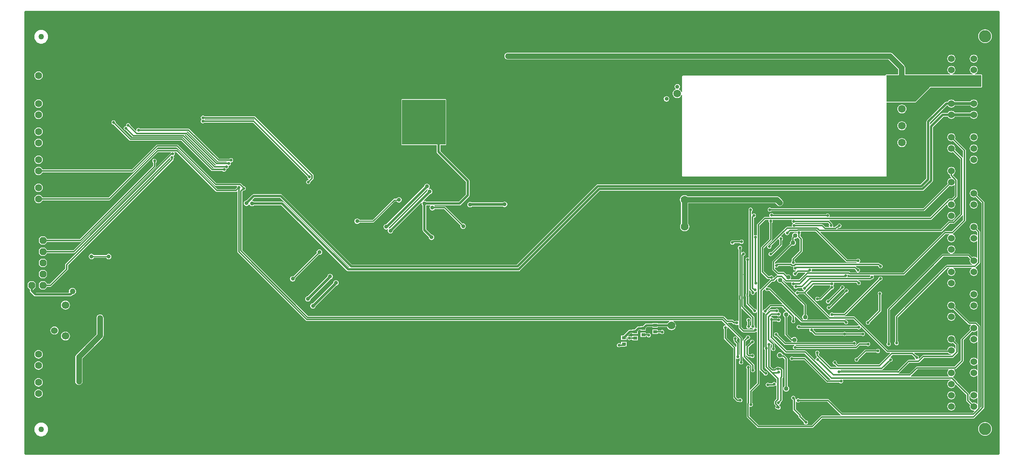
<source format=gbl>
%FSTAX23Y23*%
%MOIN*%
%SFA1B1*%

%IPPOS*%
%AMD40*
4,1,8,-0.031000,-0.012900,-0.012900,-0.031000,0.012900,-0.031000,0.031000,-0.012900,0.031000,0.012900,0.012900,0.031000,-0.012900,0.031000,-0.031000,0.012900,-0.031000,-0.012900,0.0*
%
%ADD12R,0.035433X0.027559*%
%ADD29C,0.020000*%
%ADD30C,0.012000*%
%ADD31C,0.050000*%
%ADD32C,0.024000*%
%ADD33C,0.010000*%
%ADD34C,0.025000*%
%ADD35C,0.051181*%
%ADD36C,0.050000*%
%ADD37C,0.060000*%
%ADD38C,0.066929*%
%ADD39C,0.062992*%
G04~CAMADD=40~4~0.0~0.0~620.0~620.0~0.0~181.6~0~0.0~0.0~0.0~0.0~0~0.0~0.0~0.0~0.0~0~0.0~0.0~0.0~135.0~620.0~620.0*
%ADD40D40*%
%ADD41C,0.110236*%
%ADD42C,0.067874*%
%ADD43C,0.106299*%
%ADD44C,0.035433*%
%ADD45C,0.025000*%
%ADD46C,0.070000*%
%ADD47C,0.040000*%
%ADD48C,0.036000*%
%LNeurocard_vme_3u_(3.937_x_8.660_inches)-1*%
%LPD*%
G36*
X1266Y06D02*
X04D01*
Y09937*
X1266*
Y06*
G37*
%LNeurocard_vme_3u_(3.937_x_8.660_inches)-2*%
%LPC*%
G36*
X0474Y07783D02*
X0473Y07781D01*
X04723Y07776*
X04719Y0777*
X04608*
X04604Y07776*
X04597Y07781*
X04587Y07783*
X04578Y07781*
X0457Y07776*
X04565Y07768*
X04563Y07759*
X04565Y07749*
X0457Y07742*
X04578Y07736*
X04587Y07735*
X04597Y07736*
X04604Y07742*
X04608Y07748*
X04719*
X04723Y07742*
X0473Y07736*
X0474Y07735*
X04749Y07736*
X04757Y07742*
X04762Y07749*
X04764Y07759*
X04762Y07768*
X04757Y07776*
X04749Y07781*
X0474Y07783*
G37*
G36*
X06616Y07822D02*
X06606Y0782D01*
X06598Y07815*
X06593Y07807*
X06591Y07798*
X06593Y07791*
X06384Y07582*
X06378Y07584*
X06368Y07582*
X0636Y07577*
X06355Y07569*
X06353Y0756*
X06355Y0755*
X0636Y07542*
X06368Y07537*
X06378Y07535*
X06387Y07537*
X06395Y07542*
X064Y0755*
X06402Y0756*
X064Y07566*
X06609Y07775*
X06616Y07773*
X06625Y07775*
X06633Y0778*
X06638Y07788*
X0664Y07798*
X06638Y07807*
X06633Y07815*
X06625Y0782*
X06616Y07822*
G37*
G36*
X04116Y06924D02*
X04106Y06923D01*
X04097Y06919*
X04089Y06913*
X04083Y06905*
X04079Y06896*
X04078Y06887*
X04079Y06877*
X04083Y06868*
X04089Y0686*
X04097Y06854*
X04106Y0685*
X04116Y06849*
X04125Y0685*
X04134Y06854*
X04142Y0686*
X04148Y06868*
X04152Y06877*
X04153Y06887*
X04152Y06896*
X04148Y06905*
X04142Y06913*
X04134Y06919*
X04125Y06923*
X04116Y06924*
G37*
G36*
X04356Y07089D02*
X04345Y07088D01*
X04336Y07084*
X04327Y07078*
X04321Y07069*
X04317Y0706*
X04316Y0705*
X04317Y07039*
X04321Y0703*
X04327Y07021*
X04336Y07015*
X04345Y07011*
X04356Y0701*
X04366Y07011*
X04375Y07015*
X04384Y07021*
X0439Y0703*
X04394Y07039*
X04395Y0705*
X04394Y0706*
X0439Y07069*
X04384Y07078*
X04375Y07084*
X04366Y07088*
X04356Y07089*
G37*
G36*
X09348Y06997D02*
X09301D01*
Y06981*
X09296*
X09295Y06982*
X09289Y06986*
X09282Y06987*
X09274Y06986*
X09268Y06982*
X09264Y06976*
X09263Y06969*
X09264Y06961*
X09268Y06955*
X09274Y06951*
X09282Y0695*
X09289Y06951*
X09295Y06955*
X09296Y06956*
X09332*
X09337Y06957*
X09337*
X09348*
Y06997*
G37*
G36*
X04173Y07738D02*
X04136D01*
X04118Y0772*
Y07683*
X04136Y07665*
X04173*
X04191Y07683*
Y0772*
X04173Y07738*
G37*
G36*
X10372Y07908D02*
X10364Y07907D01*
X10358Y07903*
X10357Y07902*
X10298*
X10293Y07901*
X10291Y07901*
X10283Y079*
X10277Y07896*
X10273Y0789*
X10272Y07883*
X10273Y07875*
X10277Y07869*
X10283Y07865*
X10291Y07864*
X10298Y07865*
X10304Y07869*
X10308Y07875*
X10308Y07877*
X10357*
X10358Y07876*
X10364Y07872*
X10372Y07871*
X10379Y07872*
X10385Y07876*
X10389Y07882*
X1039Y0789*
X10389Y07897*
X10385Y07903*
X10379Y07907*
X10372Y07908*
G37*
G36*
X1224Y08158D02*
X1223Y08156D01*
X12221Y08153*
X12214Y08147*
X12208Y0814*
X12205Y08131*
X12203Y08122*
X12205Y08112*
X12208Y08103*
X12214Y08096*
X12221Y0809*
X1223Y08087*
X1224Y08085*
X12249Y08087*
X12258Y0809*
X12265Y08096*
X12271Y08103*
X12274Y08112*
X12276Y08122*
X12274Y08131*
X12271Y0814*
X12265Y08147*
X12258Y08153*
X12249Y08156*
X1224Y08158*
G37*
G36*
X1244Y08258D02*
X1243Y08256D01*
X12421Y08253*
X12414Y08247*
X12408Y0824*
X12405Y08231*
X12403Y08222*
X12405Y08212*
X12408Y08203*
X12414Y08196*
X12421Y0819*
X1243Y08187*
X1244Y08185*
X12449Y08187*
X12458Y0819*
X12465Y08196*
X12471Y08203*
X12474Y08212*
X12476Y08222*
X12474Y08231*
X12471Y0824*
X12465Y08247*
X12458Y08253*
X12449Y08256*
X1244Y08258*
G37*
G36*
X09866Y08306D02*
X09855Y08304D01*
X09845Y083*
X09836Y08294*
X0983Y08285*
X09826Y08275*
X09824Y08265*
X09826Y08254*
X0983Y08244*
X09834Y08238*
Y0805*
X09831Y08045*
X09827Y08035*
X09825Y08025*
X09827Y08014*
X09831Y08004*
X09837Y07995*
X09846Y07989*
X09856Y07985*
X09867Y07983*
X09877Y07985*
X09887Y07989*
X09896Y07995*
X09902Y08004*
X09906Y08014*
X09908Y08025*
X09906Y08035*
X09902Y08045*
X09897Y08052*
Y08233*
X10673*
X10689Y08216*
X10696Y08212*
X10703Y08208*
X10712Y08207*
X1072Y08208*
X10727Y08212*
X10734Y08216*
X10738Y08223*
X10742Y0823*
X10743Y08239*
X10742Y08247*
X10738Y08254*
X10734Y08261*
X10708Y08287*
X10701Y08291*
X10694Y08295*
X10686Y08296*
X09892*
X09886Y083*
X09876Y08304*
X09866Y08306*
G37*
G36*
X04664Y07242D02*
X04655Y07241D01*
X04648Y07238*
X04641Y07233*
X04637Y07226*
X04633Y07219*
X04632Y07211*
Y07065*
X04452Y06886*
X04448Y06879*
X04444Y06872*
X04443Y06864*
Y06645*
X04444Y06636*
X04448Y06629*
X04452Y06622*
X04459Y06618*
X04466Y06614*
X04475Y06613*
X04483Y06614*
X0449Y06618*
X04497Y06622*
X04501Y06629*
X04505Y06636*
X04506Y06645*
Y06851*
X04686Y0703*
X04691Y07037*
X04694Y07044*
X04695Y07053*
Y07211*
X04694Y07219*
X04691Y07226*
X04686Y07233*
X04679Y07238*
X04672Y07241*
X04664Y07242*
G37*
G36*
X05148Y08628D02*
X0514Y08627D01*
X05134Y08623*
X0513Y08617*
X05129Y0861*
X0513Y08602*
X05134Y08596*
X05135Y08595*
Y08567*
X04482Y07914*
X04191*
Y0792*
X04173Y07938*
X04136*
X04118Y0792*
Y07883*
X04136Y07865*
X04173*
X04191Y07883*
Y07889*
X04488*
X04492Y0789*
X04496Y07893*
X05156Y08553*
X05159Y08557*
X0516Y08562*
Y08595*
X05161Y08596*
X05165Y08602*
X05166Y0861*
X05165Y08617*
X05161Y08623*
X05155Y08627*
X05148Y08628*
G37*
G36*
X1244Y08058D02*
X1243Y08056D01*
X12421Y08053*
X12414Y08047*
X12408Y0804*
X12405Y08031*
X12403Y08022*
X12405Y08012*
X12408Y08003*
X12414Y07996*
X12421Y0799*
X1243Y07987*
X1244Y07985*
X12449Y07987*
X12455Y07989*
X1247Y07973*
Y07948*
X12466Y07946*
X12465Y07947*
X12458Y07953*
X12449Y07956*
X1244Y07958*
X1243Y07956*
X12421Y07953*
X12414Y07947*
X12408Y0794*
X12405Y07931*
X12403Y07922*
X12405Y07912*
X12408Y07903*
X12414Y07896*
X12421Y0789*
X1243Y07887*
X1244Y07885*
X12449Y07887*
X12458Y0789*
X12465Y07896*
X12466Y07897*
X1247Y07895*
Y07748*
X12466Y07746*
X12465Y07747*
X12458Y07753*
X12449Y07756*
X1244Y07758*
X1243Y07756*
X12424Y07754*
X124Y07778*
X12396Y07781*
X12392Y07782*
X1225*
X12249Y07787*
X12258Y0779*
X12265Y07796*
X12271Y07803*
X12274Y07812*
X12276Y07822*
X12274Y07831*
X12271Y0784*
X12265Y07847*
X12258Y07853*
X12249Y07856*
X1224Y07858*
X1223Y07856*
X12221Y07853*
X12214Y07847*
X12208Y0784*
X12205Y07831*
X12203Y07822*
X12205Y07812*
X12208Y07803*
X12214Y07796*
X12221Y0779*
X1223Y07787*
X12229Y07782*
X12164*
X12159Y07781*
X12155Y07778*
X11673Y07296*
X1167Y07292*
X11669Y07288*
Y06992*
X11668Y06991*
X11664Y06985*
X11663Y06978*
X11664Y0697*
X11668Y06964*
X11674Y0696*
X11682Y06959*
X11689Y0696*
X11695Y06964*
X11699Y0697*
X117Y06978*
X11699Y06985*
X11695Y06991*
X11694Y06992*
Y07282*
X12169Y07757*
X12386*
X12407Y07737*
X12405Y07731*
X12403Y07722*
X12405Y07712*
X12408Y07703*
X12414Y07696*
X12421Y0769*
X12427Y07688*
X12426Y07683*
X12201*
X12196Y07682*
X12192Y07679*
X11743Y0723*
X1174Y07226*
X11739Y07222*
Y07001*
X11738Y07*
X11734Y06994*
X11733Y06987*
X11734Y06979*
X11738Y06973*
X11744Y06969*
X11752Y06968*
X11759Y06969*
X11765Y06973*
X11769Y06979*
X1177Y06987*
X11769Y06994*
X11765Y07*
X11764Y07001*
Y07216*
X12206Y07658*
X12222*
X12223Y07653*
X12221Y07653*
X12214Y07647*
X12208Y0764*
X12205Y07631*
X12203Y07622*
X12205Y07612*
X12208Y07603*
X12214Y07596*
X12221Y0759*
X1223Y07587*
X1224Y07585*
X12249Y07587*
X12258Y0759*
X12265Y07596*
X12271Y07603*
X12274Y07612*
X12276Y07622*
X12274Y07631*
X12271Y0764*
X12265Y07647*
X12258Y07653*
X12256Y07653*
X12257Y07658*
X12422*
X12423Y07653*
X12421Y07653*
X12414Y07647*
X12408Y0764*
X12405Y07631*
X12403Y07622*
X12405Y07612*
X12408Y07603*
X12414Y07596*
X12421Y0759*
X1243Y07587*
X1244Y07585*
X12449Y07587*
X12458Y0759*
X12465Y07596*
X12471Y07603*
X12474Y07612*
X12476Y07622*
X12474Y07631*
X12471Y0764*
X12465Y07647*
X12458Y07653*
X12454Y07654*
X12454Y07658*
X12455Y0766*
X12458Y07662*
X12491Y07695*
X12494Y07699*
X12495Y07704*
Y07979*
X12494Y07983*
X12491Y07987*
X12472Y08006*
X12474Y08012*
X12476Y08022*
X12474Y08031*
X12471Y0804*
X12465Y08047*
X12458Y08053*
X12449Y08056*
X1244Y08058*
G37*
G36*
X04116Y06824D02*
X04106Y06823D01*
X04097Y06819*
X04089Y06813*
X04083Y06805*
X04079Y06796*
X04078Y06787*
X04079Y06777*
X04083Y06768*
X04089Y0676*
X04097Y06754*
X04106Y0675*
X04116Y06749*
X04125Y0675*
X04134Y06754*
X04142Y0676*
X04148Y06768*
X04152Y06777*
X04153Y06787*
X04152Y06796*
X04148Y06805*
X04142Y06813*
X04134Y06819*
X04125Y06823*
X04116Y06824*
G37*
G36*
X04173Y07638D02*
X04136D01*
X04118Y0762*
Y07583*
X04136Y07565*
X04173*
X04191Y07583*
Y0762*
X04173Y07638*
G37*
G36*
X06763Y07547D02*
X06753Y07545D01*
X06745Y0754*
X0674Y07532*
X06739Y07525*
X06555Y07341*
X06548Y0734*
X0654Y07335*
X06535Y07327*
X06533Y07318*
X06535Y07308*
X0654Y073*
X06548Y07295*
X06558Y07293*
X06567Y07295*
X06575Y073*
X0658Y07308*
X06581Y07315*
X06765Y07499*
X06772Y075*
X0678Y07505*
X06785Y07513*
X06787Y07523*
X06785Y07532*
X0678Y0754*
X06772Y07545*
X06763Y07547*
G37*
G36*
X06711Y07604D02*
X06701Y07602D01*
X06693Y07597*
X06688Y07589*
X06687Y07582*
X0651Y07405*
X06503Y07404*
X06495Y07399*
X0649Y07391*
X06488Y07382*
X0649Y07372*
X06495Y07364*
X06503Y07359*
X06513Y07357*
X06522Y07359*
X0653Y07364*
X06535Y07372*
X06536Y07379*
X06713Y07556*
X0672Y07557*
X06728Y07562*
X06733Y0757*
X06735Y0758*
X06733Y07589*
X06728Y07597*
X0672Y07602*
X06711Y07604*
G37*
G36*
X1127Y07501D02*
X11262Y075D01*
X11256Y07496*
X11252Y0749*
X11251Y07483*
X11251Y07479*
X11146Y07375*
X11143Y07375*
X11135Y07374*
X11129Y0737*
X11125Y07364*
X11124Y07357*
X11125Y07349*
X11129Y07343*
X11135Y07339*
X11143Y07338*
X1115Y07339*
X11156Y07343*
X1116Y07349*
X11161Y07355*
X1127Y07464*
X11277Y07465*
X11283Y07469*
X11287Y07475*
X11288Y07483*
X11287Y0749*
X11283Y07496*
X11277Y075*
X1127Y07501*
G37*
G36*
X04356Y07365D02*
X04345Y07364D01*
X04336Y0736*
X04327Y07354*
X04321Y07345*
X04317Y07336*
X04316Y07325*
X04317Y07315*
X04321Y07306*
X04327Y07297*
X04336Y07291*
X04345Y07287*
X04356Y07286*
X04366Y07287*
X04375Y07291*
X04384Y07297*
X0439Y07306*
X04394Y07315*
X04395Y07325*
X04394Y07336*
X0439Y07345*
X04384Y07354*
X04375Y0736*
X04366Y07364*
X04356Y07365*
G37*
G36*
X11604Y07446D02*
X11596Y07445D01*
X1159Y07441*
X11586Y07435*
X11585Y07428*
X11586Y0742*
X1159Y07414*
X11591Y07413*
Y07281*
X11498Y07187*
X11497Y07187*
X11489Y07186*
X11483Y07182*
X11479Y07176*
X11478Y07169*
X11479Y07161*
X11483Y07155*
X11489Y07151*
X11497Y0715*
X11504Y07151*
X1151Y07155*
X11514Y07161*
X11515Y07169*
X11515Y0717*
X11612Y07267*
X11615Y07271*
X11616Y07276*
Y07413*
X11617Y07414*
X11621Y0742*
X11622Y07428*
X11621Y07435*
X11617Y07441*
X11611Y07445*
X11604Y07446*
G37*
G36*
X1224Y07258D02*
X1223Y07256D01*
X12221Y07253*
X12214Y07247*
X12208Y0724*
X12205Y07231*
X12203Y07222*
X12205Y07212*
X12208Y07203*
X12214Y07196*
X12221Y0719*
X1223Y07187*
X1224Y07185*
X12249Y07187*
X12258Y0719*
X12265Y07196*
X12271Y07203*
X12274Y07212*
X12276Y07222*
X12274Y07231*
X12271Y0724*
X12265Y07247*
X12258Y07253*
X12249Y07256*
X1224Y07258*
G37*
G36*
X1244Y07358D02*
X1243Y07356D01*
X12421Y07353*
X12414Y07347*
X12408Y0734*
X12405Y07331*
X12403Y07322*
X12405Y07312*
X12408Y07303*
X12414Y07296*
X12421Y0729*
X1243Y07287*
X1244Y07285*
X12449Y07287*
X12458Y0729*
X12465Y07296*
X12471Y07303*
X12474Y07312*
X12476Y07322*
X12474Y07331*
X12471Y0734*
X12465Y07347*
X12458Y07353*
X12449Y07356*
X1244Y07358*
G37*
G36*
X04257Y07135D02*
X04248Y07134D01*
X04239Y0713*
X04232Y07125*
X04226Y07117*
X04223Y07108*
X04221Y07099*
X04223Y0709*
X04226Y07081*
X04232Y07073*
X04239Y07068*
X04248Y07064*
X04257Y07063*
X04267Y07064*
X04276Y07068*
X04283Y07073*
X04289Y07081*
X04292Y0709*
X04294Y07099*
X04292Y07108*
X04289Y07117*
X04283Y07125*
X04276Y0713*
X04267Y07134*
X04257Y07135*
G37*
G36*
X1224Y07558D02*
X1223Y07556D01*
X12221Y07553*
X12214Y07547*
X12208Y0754*
X12205Y07531*
X12203Y07522*
X12205Y07512*
X12208Y07503*
X12214Y07496*
X12221Y0749*
X1223Y07487*
X1224Y07485*
X12249Y07487*
X12258Y0749*
X12265Y07496*
X12271Y07503*
X12274Y07512*
X12276Y07522*
X12274Y07531*
X12271Y0754*
X12265Y07547*
X12258Y07553*
X12249Y07556*
X1224Y07558*
G37*
G36*
X09521Y0708D02*
X09474D01*
Y0704*
X09521*
Y07048*
X0953*
X09533Y07043*
X09539Y07039*
X09547Y07038*
X09554Y07039*
X0956Y07043*
X09564Y07049*
X09565Y07057*
X09564Y07064*
X0956Y0707*
X09554Y07074*
X09547Y07075*
X09539Y07074*
X09537Y07072*
X09521*
Y0708*
G37*
G36*
X09627Y07107D02*
X0958D01*
Y07067*
X09627*
Y07075*
X0965*
X09652Y07072*
X09658Y07068*
X09666Y07067*
X09673Y07068*
X09679Y07072*
X09683Y07078*
X09684Y07086*
X09683Y07093*
X09679Y07099*
X09673Y07103*
X09666Y07104*
X09658Y07103*
X09653Y07099*
X09627*
Y07107*
G37*
G36*
X1244Y07458D02*
X1243Y07456D01*
X12421Y07453*
X12414Y07447*
X12408Y0744*
X12405Y07431*
X12403Y07422*
X12405Y07412*
X12408Y07403*
X12414Y07396*
X12421Y0739*
X1243Y07387*
X1244Y07385*
X12449Y07387*
X12458Y0739*
X12465Y07396*
X12471Y07403*
X12474Y07412*
X12476Y07422*
X12474Y07431*
X12471Y0744*
X12465Y07447*
X12458Y07453*
X12449Y07456*
X1244Y07458*
G37*
G36*
X04073Y07538D02*
X04036D01*
X04018Y0752*
Y07483*
X04036Y07465*
X04038*
Y07453*
X0404Y07446*
X04043Y07441*
X04076Y07408*
X04081Y07405*
X04088Y07403*
X04398*
X04404Y07405*
X04409Y07408*
X04417Y07416*
X04418Y07416*
X04426Y07417*
X04433Y07421*
X0444Y07425*
X04444Y07432*
X04448Y07439*
X04449Y07448*
X04448Y07456*
X04444Y07463*
X0444Y0747*
X04433Y07474*
X04426Y07478*
X04418Y07479*
X04409Y07478*
X04402Y07474*
X04395Y0747*
X04391Y07463*
X04387Y07456*
X04386Y07448*
X04387Y07441*
X04384Y07436*
X04094*
X04071Y07459*
Y07465*
X04073*
X04091Y07483*
Y0752*
X04073Y07538*
G37*
G36*
X11307Y07471D02*
X11299Y0747D01*
X11293Y07466*
X11289Y0746*
X11288Y07453*
X11288Y07451*
X11155Y07318*
X1115Y07319*
X11142Y07318*
X11136Y07314*
X11132Y07308*
X11131Y07301*
X11132Y07293*
X11136Y07287*
X11142Y07283*
X1115Y07282*
X11157Y07283*
X11163Y07287*
X11167Y07293*
X11167Y07296*
X11305Y07434*
X11307Y07434*
X11314Y07435*
X1132Y07439*
X11324Y07445*
X11325Y07453*
X11324Y0746*
X1132Y07466*
X11314Y0747*
X11307Y07471*
G37*
G36*
X08264Y08248D02*
X08254Y08246D01*
X08248Y08242*
X07969*
X07966Y08244*
X07957Y08246*
X07947Y08244*
X07939Y08239*
X07934Y08231*
X07932Y08222*
X07934Y08212*
X07939Y08204*
X07947Y08199*
X07957Y08197*
X07966Y08199*
X07974Y08204*
X07974Y08205*
X08248*
X08254Y08201*
X08264Y08199*
X08273Y08201*
X08281Y08206*
X08286Y08214*
X08288Y08224*
X08286Y08233*
X08281Y08241*
X08273Y08246*
X08264Y08248*
G37*
G36*
X0414Y06278D02*
X04128Y06277D01*
X04116Y06273*
X04106Y06267*
X04096Y0626*
X04089Y06251*
X04083Y0624*
X04079Y06228*
X04078Y06217*
X04079Y06205*
X04083Y06193*
X04089Y06183*
X04096Y06173*
X04106Y06166*
X04116Y0616*
X04128Y06156*
X0414Y06155*
X04151Y06156*
X04163Y0616*
X04174Y06166*
X04183Y06173*
X0419Y06183*
X04196Y06193*
X042Y06205*
X04201Y06217*
X042Y06228*
X04196Y0624*
X0419Y06251*
X04183Y0626*
X04174Y06267*
X04163Y06273*
X04151Y06277*
X0414Y06278*
G37*
G36*
X118Y08963D02*
X11789Y08962D01*
X11779Y08958*
X11771Y08952*
X11765Y08943*
X11761Y08934*
X11759Y08923*
X11761Y08913*
X11765Y08903*
X11771Y08895*
X11779Y08888*
X11789Y08884*
X118Y08883*
X1181Y08884*
X1182Y08888*
X11828Y08895*
X11834Y08903*
X11838Y08913*
X1184Y08923*
X11838Y08934*
X11834Y08943*
X11828Y08952*
X1182Y08958*
X1181Y08962*
X118Y08963*
G37*
G36*
Y09113D02*
X11789Y09112D01*
X11779Y09108*
X11771Y09102*
X11765Y09093*
X11761Y09084*
X11759Y09073*
X11761Y09063*
X11765Y09053*
X11771Y09045*
X11779Y09038*
X11789Y09034*
X118Y09033*
X1181Y09034*
X1182Y09038*
X11828Y09045*
X11834Y09053*
X11838Y09063*
X1184Y09073*
X11838Y09084*
X11834Y09093*
X11828Y09102*
X1182Y09108*
X1181Y09112*
X118Y09113*
G37*
G36*
X04116Y09059D02*
X04106Y09058D01*
X04097Y09054*
X04089Y09048*
X04083Y0904*
X04079Y09031*
X04078Y09022*
X04079Y09012*
X04083Y09003*
X04089Y08995*
X04097Y08989*
X04106Y08985*
X04116Y08984*
X04125Y08985*
X04134Y08989*
X04142Y08995*
X04148Y09003*
X04152Y09012*
X04153Y09022*
X04152Y09031*
X04148Y0904*
X04142Y09048*
X04134Y09054*
X04125Y09058*
X04116Y09059*
G37*
G36*
X1254Y06283D02*
X12528Y06282D01*
X12516Y06278*
X12505Y06272*
X12496Y06265*
X12489Y06256*
X12483Y06245*
X12479Y06233*
X12478Y06222*
X12479Y0621*
X12483Y06198*
X12489Y06187*
X12496Y06178*
X12505Y06171*
X12516Y06165*
X12528Y06161*
X1254Y0616*
X12551Y06161*
X12563Y06165*
X12574Y06171*
X12583Y06178*
X1259Y06187*
X12596Y06198*
X126Y0621*
X12601Y06222*
X126Y06233*
X12596Y06245*
X1259Y06256*
X12583Y06265*
X12574Y06272*
X12563Y06278*
X12551Y06282*
X1254Y06283*
G37*
G36*
X04116Y08809D02*
X04106Y08808D01*
X04097Y08804*
X04089Y08798*
X04083Y0879*
X04079Y08781*
X04078Y08772*
X04079Y08762*
X04083Y08753*
X04089Y08745*
X04097Y08739*
X04106Y08735*
X04116Y08734*
X04125Y08735*
X04134Y08739*
X04142Y08745*
X04148Y08753*
X04152Y08762*
X04153Y08772*
X04152Y08781*
X04148Y0879*
X04142Y08798*
X04134Y08804*
X04125Y08808*
X04116Y08809*
G37*
G36*
Y08909D02*
X04106Y08908D01*
X04097Y08904*
X04089Y08898*
X04083Y0889*
X04079Y08881*
X04078Y08872*
X04079Y08862*
X04083Y08853*
X04089Y08845*
X04097Y08839*
X04106Y08835*
X04116Y08834*
X04125Y08835*
X04134Y08839*
X04142Y08845*
X04148Y08853*
X04152Y08862*
X04153Y08872*
X04152Y08881*
X04148Y0889*
X04142Y08898*
X04134Y08904*
X04125Y08908*
X04116Y08909*
G37*
G36*
X1244Y08858D02*
X1243Y08856D01*
X12421Y08853*
X12414Y08847*
X12408Y0884*
X12405Y08831*
X12403Y08822*
X12405Y08812*
X12408Y08803*
X12414Y08796*
X12421Y0879*
X1243Y08787*
X1244Y08785*
X12449Y08787*
X12458Y0879*
X12465Y08796*
X12471Y08803*
X12474Y08812*
X12476Y08822*
X12474Y08831*
X12471Y0884*
X12465Y08847*
X12458Y08853*
X12449Y08856*
X1244Y08858*
G37*
G36*
X04116Y09159D02*
X04106Y09158D01*
X04097Y09154*
X04089Y09148*
X04083Y0914*
X04079Y09131*
X04078Y09122*
X04079Y09112*
X04083Y09103*
X04089Y09095*
X04097Y09089*
X04106Y09085*
X04116Y09084*
X04125Y09085*
X04134Y09089*
X04142Y09095*
X04148Y09103*
X04152Y09112*
X04153Y09122*
X04152Y09131*
X04148Y0914*
X04142Y09148*
X04134Y09154*
X04125Y09158*
X04116Y09159*
G37*
G36*
X1244Y09558D02*
X1243Y09556D01*
X12421Y09553*
X12414Y09547*
X12408Y0954*
X12405Y09531*
X12403Y09522*
X12405Y09512*
X12408Y09503*
X12414Y09496*
X12421Y0949*
X1243Y09487*
X1244Y09485*
X12449Y09487*
X12458Y0949*
X12465Y09496*
X12471Y09503*
X12474Y09512*
X12476Y09522*
X12474Y09531*
X12471Y0954*
X12465Y09547*
X12458Y09553*
X12449Y09556*
X1244Y09558*
G37*
G36*
X1224D02*
X1223Y09556D01*
X12221Y09553*
X12214Y09547*
X12208Y0954*
X12205Y09531*
X12203Y09522*
X12205Y09512*
X12208Y09503*
X12214Y09496*
X12221Y0949*
X1223Y09487*
X1224Y09485*
X12249Y09487*
X12258Y0949*
X12265Y09496*
X12271Y09503*
X12274Y09512*
X12276Y09522*
X12274Y09531*
X12271Y0954*
X12265Y09547*
X12258Y09553*
X12249Y09556*
X1224Y09558*
G37*
G36*
X1254Y09783D02*
X12528Y09782D01*
X12516Y09778*
X12505Y09772*
X12496Y09765*
X12489Y09756*
X12483Y09745*
X12479Y09733*
X12478Y09722*
X12479Y0971*
X12483Y09698*
X12489Y09687*
X12496Y09678*
X12505Y09671*
X12516Y09665*
X12528Y09661*
X1254Y0966*
X12551Y09661*
X12563Y09665*
X12574Y09671*
X12583Y09678*
X1259Y09687*
X12596Y09698*
X126Y0971*
X12601Y09722*
X126Y09733*
X12596Y09745*
X1259Y09756*
X12583Y09765*
X12574Y09772*
X12563Y09778*
X12551Y09782*
X1254Y09783*
G37*
G36*
X0414Y09778D02*
X04128Y09777D01*
X04116Y09773*
X04106Y09767*
X04096Y0976*
X04089Y09751*
X04083Y0974*
X04079Y09728*
X04078Y09717*
X04079Y09705*
X04083Y09693*
X04089Y09683*
X04096Y09673*
X04106Y09666*
X04116Y0966*
X04128Y09656*
X0414Y09655*
X04151Y09656*
X04163Y0966*
X04174Y09666*
X04183Y09673*
X0419Y09683*
X04196Y09693*
X042Y09705*
X04201Y09717*
X042Y09728*
X04196Y0974*
X0419Y09751*
X04183Y0976*
X04174Y09767*
X04163Y09773*
X04151Y09777*
X0414Y09778*
G37*
G36*
X1244Y09158D02*
X1243Y09156D01*
X12421Y09153*
X12414Y09147*
X12409Y0914*
X1227*
X12265Y09147*
X12258Y09153*
X12249Y09156*
X1224Y09158*
X1223Y09156*
X12221Y09153*
X12214Y09147*
X12208Y0914*
X12207Y09138*
X12195*
X12189Y09136*
X12183Y09133*
X12022Y08972*
X12019Y08966*
X12017Y0896*
Y08453*
X11966Y08402*
X09094*
X09088Y084*
X09082Y08397*
X08371Y07686*
X06906*
X06283Y08309*
X06278Y08312*
X06272Y08314*
X06031*
X06024Y08312*
X06019Y08309*
X05967Y08257*
X05967Y08258*
X05957Y08256*
X05949Y08251*
X05944Y08243*
X05942Y08234*
X05944Y08224*
X05949Y08216*
X05957Y08211*
X05967Y08209*
X05976Y08211*
X05984Y08216*
X05989Y08224*
Y08224*
X05994*
X05994Y08222*
X05999Y08214*
X06007Y08209*
X06017Y08207*
X06026Y08209*
X06034Y08214*
X06034Y08215*
X06277*
X0686Y07632*
X06865Y07629*
X06872Y07627*
X08389*
X08395Y07629*
X084Y07632*
X09111Y08343*
X11984*
X1199Y08345*
X11995Y08348*
X12071Y08424*
X12074Y08429*
X12076Y08436*
Y08912*
X12169Y09005*
X12207*
X12208Y09003*
X12214Y08996*
X12221Y0899*
X1223Y08987*
X1224Y08985*
X12249Y08987*
X12258Y0899*
X12265Y08996*
X1227Y09003*
X12409*
X12414Y08996*
X12421Y0899*
X1243Y08987*
X1244Y08985*
X12449Y08987*
X12458Y0899*
X12465Y08996*
X12471Y09003*
X12474Y09012*
X12476Y09022*
X12474Y09031*
X12471Y0904*
X12465Y09047*
X12458Y09053*
X12449Y09056*
X1244Y09058*
X1243Y09056*
X12421Y09053*
X12414Y09047*
X12409Y0904*
X1227*
X12265Y09047*
X12258Y09053*
X12249Y09056*
X1224Y09058*
X1223Y09056*
X12221Y09053*
X12214Y09047*
X12208Y0904*
X12207Y09038*
X12163*
X12156Y09036*
X12151Y09033*
X12054Y08936*
X1205Y08938*
Y08953*
X12202Y09105*
X12207*
X12208Y09103*
X12214Y09096*
X12221Y0909*
X1223Y09087*
X1224Y09085*
X12249Y09087*
X12258Y0909*
X12265Y09096*
X1227Y09103*
X12409*
X12414Y09096*
X12421Y0909*
X1243Y09087*
X1244Y09085*
X12449Y09087*
X12458Y0909*
X12465Y09096*
X12471Y09103*
X12474Y09112*
X12476Y09122*
X12474Y09131*
X12471Y0914*
X12465Y09147*
X12458Y09153*
X12449Y09156*
X1244Y09158*
G37*
G36*
X09705Y09188D02*
X09695Y09186D01*
X09687Y09181*
X09682Y09173*
X0968Y09164*
X09682Y09154*
X09687Y09146*
X09695Y09141*
X09705Y09139*
X09714Y09141*
X09722Y09146*
X09727Y09154*
X09729Y09164*
X09727Y09173*
X09722Y09181*
X09714Y09186*
X09705Y09188*
G37*
G36*
X11693Y09576D02*
X08294D01*
X08285Y09575*
X08278Y09572*
X08271Y09567*
X08266Y0956*
X08263Y09553*
X08262Y09545*
X08263Y09536*
X08266Y09529*
X08271Y09522*
X08278Y09517*
X08285Y09514*
X08294Y09513*
X11679*
X11765Y09427*
Y09382*
X11663*
X11662Y09382*
X11662Y09382*
X1166Y09381*
X11658Y0938*
X11658Y0938*
X11658Y09379*
X11654Y09374*
X11654Y09374*
X11654Y09373*
X11653Y09371*
X11653Y0937*
X09851*
X09846Y09368*
X09844Y09363*
Y09213*
X09839Y09213*
X09838Y0922*
X09834Y0923*
X09828Y09238*
X0982Y09245*
X09815Y09247*
X09814Y09252*
X09818Y09254*
X09823Y09262*
X09825Y09272*
X09823Y09281*
X09818Y09289*
X0981Y09294*
X09801Y09296*
X09791Y09294*
X09783Y09289*
X09778Y09281*
X09776Y09272*
X09778Y09262*
X09783Y09254*
X09786Y09253*
X09785Y09247*
X09779Y09245*
X09771Y09238*
X09765Y0923*
X09761Y0922*
X09759Y0921*
X09761Y092*
X09765Y0919*
X09771Y09181*
X09779Y09175*
X09789Y09171*
X098Y0917*
X0981Y09171*
X0982Y09175*
X09828Y09181*
X09834Y0919*
X09838Y092*
X09839Y09207*
X09844Y09207*
Y08478*
X09846Y08473*
X09851Y08471*
X11658*
X11662Y08473*
X11664Y08478*
Y09131*
X11918*
X11922Y09133*
X12046Y09257*
X12052Y09263*
X12507*
X12511Y09265*
X12513Y0927*
Y09375*
X12512Y09376*
Y09378*
X12512Y09378*
X12511Y0938*
X1251Y0938*
X12509Y09381*
X12508Y09381*
X12507*
X12506Y09382*
X1245*
X12449Y09387*
X12458Y0939*
X12465Y09396*
X12471Y09403*
X12474Y09412*
X12476Y09422*
X12474Y09431*
X12471Y0944*
X12465Y09447*
X12458Y09453*
X12449Y09456*
X1244Y09458*
X1243Y09456*
X12421Y09453*
X12414Y09447*
X12408Y0944*
X12405Y09431*
X12403Y09422*
X12405Y09412*
X12408Y09403*
X12414Y09396*
X12421Y0939*
X1243Y09387*
X12429Y09382*
X1225*
X12249Y09387*
X12258Y0939*
X12265Y09396*
X12271Y09403*
X12274Y09412*
X12276Y09422*
X12274Y09431*
X12271Y0944*
X12265Y09447*
X12258Y09453*
X12249Y09456*
X1224Y09458*
X1223Y09456*
X12221Y09453*
X12214Y09447*
X12208Y0944*
X12205Y09431*
X12203Y09422*
X12205Y09412*
X12208Y09403*
X12214Y09396*
X12221Y0939*
X1223Y09387*
X12229Y09382*
X11828*
Y09441*
X11827Y09449*
X11824Y09456*
X11819Y09463*
X11715Y09567*
X11708Y09572*
X11701Y09575*
X11693Y09576*
G37*
G36*
X04116Y09409D02*
X04106Y09408D01*
X04097Y09404*
X04089Y09398*
X04083Y0939*
X04079Y09381*
X04078Y09372*
X04079Y09362*
X04083Y09353*
X04089Y09345*
X04097Y09339*
X04106Y09335*
X04116Y09334*
X04125Y09335*
X04134Y09339*
X04142Y09345*
X04148Y09353*
X04152Y09362*
X04153Y09372*
X04152Y09381*
X04148Y0939*
X04142Y09398*
X04134Y09404*
X04125Y09408*
X04116Y09409*
G37*
G36*
X04784Y08972D02*
X04776Y08971D01*
X0477Y08967*
X04766Y08961*
X04765Y08954*
X04766Y08946*
X0477Y0894*
X04776Y08936*
X04783Y08935*
X04923Y08795*
X04927Y08792*
X04932Y08791*
X05385*
X05652Y08525*
X05656Y08522*
X05661Y08521*
X05753*
X05754Y0852*
X0576Y08516*
X05768Y08515*
X05775Y08516*
X05781Y0852*
X05785Y08526*
X05786Y08534*
X05786Y08536*
X0579Y0854*
X05796Y08541*
X05802Y08545*
X05806Y08551*
X05808Y08559*
X05807Y08563*
X05808Y08567*
X0581Y08568*
X05816Y08569*
X05822Y08573*
X05826Y08579*
X05827Y08587*
X05826Y08593*
X05827Y08595*
X05829Y08598*
X05835Y08599*
X05842Y08603*
X05846Y08609*
X05847Y08617*
X05846Y08624*
X05842Y0863*
X05835Y08634*
X05828Y08635*
X05821Y08634*
X05815Y0863*
X05814Y08629*
X05724*
X05459Y08893*
X05455Y08896*
X05451Y08897*
X05019*
X05018Y08898*
X05012Y08902*
X05005Y08903*
X04997Y08902*
X04991Y08898*
X04987Y08892*
X04986Y08885*
X04986Y08881*
X04982Y08878*
X04932Y08928*
X04932Y08929*
X04931Y08936*
X04927Y08942*
X04921Y08946*
X04914Y08947*
X04906Y08946*
X049Y08942*
X04896Y08936*
X04895Y08929*
X04895Y08925*
X04893Y0892*
X04892Y0892*
X04885Y08919*
X04879Y08915*
X04875Y08909*
X04874Y08902*
X04875Y08894*
X04879Y08888*
X04885Y08884*
X04893Y08883*
X04893Y08883*
X04949Y08827*
X04953Y08824*
X04958Y08823*
X054*
X05673Y08551*
X05673Y08548*
X05671Y08546*
X05666*
X05399Y08812*
X05395Y08815*
X05391Y08816*
X04937*
X04802Y0895*
X04802Y08954*
X04801Y08961*
X04797Y08967*
X04791Y08971*
X04784Y08972*
G37*
G36*
X04116Y06674D02*
X04106Y06673D01*
X04097Y06669*
X04089Y06663*
X04083Y06655*
X04079Y06646*
X04078Y06637*
X04079Y06627*
X04083Y06618*
X04089Y0661*
X04097Y06604*
X04106Y066*
X04116Y06599*
X04125Y066*
X04134Y06604*
X04142Y0661*
X04148Y06618*
X04152Y06627*
X04153Y06637*
X04152Y06646*
X04148Y06655*
X04142Y06663*
X04134Y06669*
X04125Y06673*
X04116Y06674*
G37*
G36*
Y08659D02*
X04106Y08658D01*
X04097Y08654*
X04089Y08648*
X04083Y0864*
X04079Y08631*
X04078Y08622*
X04079Y08612*
X04083Y08603*
X04089Y08595*
X04097Y08589*
X04106Y08585*
X04116Y08584*
X04125Y08585*
X04134Y08589*
X04142Y08595*
X04148Y08603*
X04152Y08612*
X04153Y08622*
X04152Y08631*
X04148Y0864*
X04142Y08648*
X04134Y08654*
X04125Y08658*
X04116Y08659*
G37*
G36*
X05579Y09015D02*
X05572Y09013D01*
X05566Y09009*
X05562Y09003*
X0556Y08996*
X05562Y08989*
X05566Y08983*
Y08978*
X05565Y08978*
X05561Y08972*
X0556Y08965*
X05561Y08957*
X05565Y08951*
X05571Y08947*
X05579Y08946*
X05586Y08947*
X05592Y08951*
X05593Y08952*
X06023*
X06508Y08468*
X06508Y08467*
X06509Y08459*
X06513Y08453*
X06519Y08449*
X0652Y08449*
X06522Y08444*
X06517Y0844*
X06516Y0844*
X06509Y08439*
X06503Y08435*
X06499Y08429*
X06497Y08422*
X06499Y08414*
X06503Y08408*
X06509Y08404*
X06516Y08403*
X06523Y08404*
X06529Y08408*
X06533Y08414*
X06535Y08422*
X06535Y08423*
X06559Y08448*
X06562Y08452*
X06563Y08456*
Y08482*
X06562Y08487*
X06559Y08491*
X06046Y09005*
X06042Y09007*
X06037Y09008*
X05593*
X05592Y09009*
X05586Y09013*
X05579Y09015*
G37*
G36*
X07738Y0916D02*
X07351D01*
X07347Y09158*
X07345Y09154*
Y08757*
X07347Y08752*
X07351Y0875*
X07659*
Y08692*
X07661Y08685*
X07664Y0868*
X0792Y08424*
Y08311*
X07857Y08247*
X07567*
X07567Y08248*
X07559Y08254*
X0755Y08255*
X07545Y08254*
X07543Y08259*
X07598Y08314*
X07605Y08315*
X07613Y0832*
X07618Y08328*
X0762Y08338*
X07618Y08347*
X07613Y08355*
X07605Y0836*
X07596Y08362*
X0759Y0836*
X07588Y08365*
X07589Y08366*
X07595Y08374*
X07596Y08383*
X07595Y08392*
X07589Y084*
X07581Y08406*
X07572Y08407*
X07563Y08406*
X07555Y084*
X0755Y08392*
X07549Y08385*
X07211Y08048*
X07211Y08048*
X07201Y08046*
X07193Y08041*
X07188Y08033*
X07186Y08024*
X07188Y08014*
X07193Y08006*
X07201Y08001*
X07211Y07999*
X0722Y08001*
X07223Y08004*
X07227Y08*
X07225Y07998*
X07223Y07989*
X07225Y07979*
X0723Y07971*
X07238Y07966*
X07248Y07964*
X07257Y07966*
X07265Y07971*
X0727Y07979*
X07271Y07988*
X07522Y08238*
X07527Y08236*
X07526Y08231*
X07527Y08222*
X07533Y08214*
X07534Y08214*
Y07993*
X07535Y07987*
X07538Y07982*
X07589Y07931*
X07588Y0793*
X0759Y0792*
X07595Y07912*
X07603Y07907*
X07613Y07905*
X07622Y07907*
X0763Y07912*
X07635Y0792*
X07637Y0793*
X07635Y07939*
X0763Y07947*
X07622Y07952*
X07613Y07954*
X07612Y07954*
X07566Y08*
Y08214*
X07567Y08214*
X07567Y08215*
X07602*
X07603Y0821*
X07598Y08203*
X07596Y08194*
X07598Y08184*
X07603Y08176*
X07611Y08171*
X07621Y08169*
X0763Y08171*
X07638Y08176*
X07641Y08181*
X07724*
X07872Y08034*
X0787Y08029*
X07872Y08019*
X07877Y08011*
X07885Y08006*
X07895Y08004*
X07904Y08006*
X07912Y08011*
X07917Y08019*
X07919Y08029*
X07917Y08038*
X07912Y08046*
X07904Y08051*
X07895Y08053*
X07889Y08051*
X07738Y08202*
X07734Y08205*
X0773Y08206*
X07641*
X07638Y0821*
X07639Y08215*
X07863*
X07869Y08216*
X07875Y0822*
X07948Y08293*
X07951Y08298*
X07953Y08305*
Y08431*
X07951Y08437*
X07948Y08442*
X07692Y08698*
Y0875*
X07738*
X07743Y08752*
X07744Y08757*
Y09154*
X07743Y09158*
X07738Y0916*
G37*
G36*
X07324Y08287D02*
X07315Y08285D01*
X07307Y0828*
X07302Y08273*
X07282*
X07277Y08272*
X07274Y08269*
X07088Y08084*
X06972*
X06969Y0809*
X06961Y08095*
X06952Y08097*
X06942Y08095*
X06934Y0809*
X06929Y08082*
X06927Y08073*
X06929Y08063*
X06934Y08055*
X06942Y0805*
X06952Y08048*
X06961Y0805*
X06969Y08055*
X06972Y08061*
X07093*
X07097Y08062*
X071Y08065*
X07286Y0825*
X07304*
X07307Y08246*
X07315Y08241*
X07324Y08239*
X07333Y08241*
X07341Y08246*
X07346Y08254*
X07348Y08263*
X07346Y08272*
X07341Y0828*
X07333Y08285*
X07324Y08287*
G37*
G36*
X04116Y08409D02*
X04106Y08408D01*
X04097Y08404*
X04089Y08398*
X04083Y0839*
X04079Y08381*
X04078Y08372*
X04079Y08362*
X04083Y08353*
X04089Y08345*
X04097Y08339*
X04106Y08335*
X04116Y08334*
X04125Y08335*
X04134Y08339*
X04142Y08345*
X04148Y08353*
X04152Y08362*
X04153Y08372*
X04152Y08381*
X04148Y0839*
X04142Y08398*
X04134Y08404*
X04125Y08408*
X04116Y08409*
G37*
G36*
X1224Y08858D02*
X1223Y08856D01*
X12221Y08853*
X12214Y08847*
X12208Y0884*
X12205Y08831*
X12203Y08822*
X12205Y08812*
X12208Y08803*
X12214Y08796*
X12221Y0879*
X1223Y08787*
X1224Y08785*
X12249Y08787*
X12255Y08789*
X12343Y087*
Y08642*
X12341Y0864*
X12338Y0864*
X12272Y08706*
X12274Y08712*
X12276Y08722*
X12274Y08731*
X12271Y0874*
X12265Y08747*
X12258Y08753*
X12249Y08756*
X1224Y08758*
X1223Y08756*
X12221Y08753*
X12214Y08747*
X12208Y0874*
X12205Y08731*
X12203Y08722*
X12205Y08712*
X12208Y08703*
X12214Y08696*
X12221Y0869*
X1223Y08687*
X1224Y08685*
X12249Y08687*
X12255Y08689*
X12318Y08625*
Y0814*
X12254Y08076*
X12222*
X12217Y08075*
X12214Y08072*
X12143Y08002*
X11226*
X11224Y08006*
X11228Y0801*
X11233*
X11238Y08011*
X11242Y08014*
X11242Y08014*
X11244Y08014*
X11251Y08015*
X11257Y08019*
X11261Y08025*
X11262Y08033*
X11261Y0804*
X11257Y08046*
X11251Y0805*
X11244Y08051*
X11236Y0805*
X1123Y08046*
X11226Y0804*
X11226Y08038*
X11223Y08035*
X11219Y08034*
X11215Y08031*
X11204Y0802*
X11188*
X11185Y08025*
X11186Y08025*
X11187Y08033*
X11186Y0804*
X11182Y08046*
X11181Y08047*
Y08049*
X1118Y08053*
X11177Y08057*
X11154Y0808*
X11154Y0808*
X11155Y08085*
X12056*
X12061Y08086*
X12065Y08089*
X12199Y08223*
X12203Y0822*
X12205Y08212*
X12208Y08203*
X12214Y08196*
X12221Y0819*
X1223Y08187*
X1224Y08185*
X12249Y08187*
X12258Y0819*
X12265Y08196*
X12271Y08203*
X12274Y08212*
X12276Y08222*
X12274Y08231*
X12271Y0824*
X12265Y08247*
X1226Y08251*
X1226Y08251*
X12259Y08257*
X1226Y08257*
X1229Y08288*
X12293Y08292*
X12294Y08296*
Y08439*
X12293Y08444*
X1229Y08447*
X12254Y08483*
X12255Y08489*
X12258Y0849*
X12265Y08496*
X12271Y08503*
X12274Y08512*
X12276Y08522*
X12274Y08531*
X12271Y0854*
X12265Y08547*
X12258Y08553*
X12249Y08556*
X1224Y08558*
X1223Y08556*
X12221Y08553*
X12214Y08547*
X12208Y0854*
X12205Y08531*
X12203Y08522*
X12205Y08512*
X12208Y08503*
X12214Y08496*
X12221Y0849*
X12227Y08488*
Y08481*
X12228Y08476*
X12231Y08472*
X12241Y08462*
X12238Y08458*
X1223Y08456*
X12221Y08453*
X12214Y08447*
X12208Y0844*
X12205Y08431*
X12203Y08422*
X12205Y08412*
X12207Y08406*
X11988Y08188*
X10638*
X10637Y08189*
X10631Y08193*
X10624Y08194*
X10616Y08193*
X1061Y08189*
X10606Y08183*
X10605Y08176*
X10606Y08168*
X1061Y08162*
X10616Y08158*
X10624Y08157*
X10631Y08158*
X10637Y08162*
X10638Y08163*
X11994*
X11998Y08164*
X12002Y08167*
X12224Y08389*
X1223Y08387*
X1224Y08385*
X12249Y08387*
X12258Y0839*
X12264Y08395*
X12269Y08394*
Y08301*
X12243Y08276*
X12222*
X12217Y08275*
X12214Y08272*
X12051Y0811*
X11156*
X11154Y08114*
X11155Y08115*
X11156Y08123*
X11155Y0813*
X11151Y08136*
X11145Y0814*
X11138Y08141*
X1113Y0814*
X11124Y08136*
X11123Y08135*
X10655*
X10652Y0814*
X10646Y08144*
X10639Y08145*
X10631Y08144*
X10625Y0814*
X10621Y08134*
X1062Y08127*
X10621Y08119*
X10624Y08115*
X10622Y0811*
X10579*
X10574Y08109*
X1057Y08106*
X10513Y08049*
X1051Y08045*
X10509Y08041*
Y07949*
X10504Y07947*
X10503Y07948*
X10496Y07949*
X10488Y07948*
X10487Y07947*
X10483Y07949*
Y08105*
X1049Y08106*
X10496Y0811*
X105Y08116*
X10501Y08124*
X105Y08131*
X10496Y08137*
X1049Y08141*
X10483Y08142*
X10475Y08141*
X10469Y08137*
X10467Y08133*
X10462Y08134*
Y08159*
X10467Y08162*
X10471Y08168*
X10472Y08176*
X10471Y08183*
X10467Y08189*
X10461Y08193*
X10454Y08194*
X10446Y08193*
X1044Y08189*
X10436Y08183*
X10435Y08176*
X10436Y08168*
X10437Y08167*
Y0775*
X10432Y07747*
X10427Y07748*
X10419Y07747*
X10413Y07743*
X10409Y07737*
X10408Y0773*
X10409Y07722*
X10413Y07716*
X10413Y07716*
Y0743*
X10412Y07428*
X10411Y07424*
Y07403*
X10412Y07399*
X10413Y07397*
Y07337*
X10414Y07332*
X10417Y07328*
X1047Y07275*
X1047Y07274*
X10471Y07266*
X10475Y0726*
X10481Y07256*
X10489Y07255*
X10496Y07256*
X10502Y0726*
X10505Y07265*
X1051Y07263*
Y07123*
X10505Y07121*
X10504Y07122*
X10497Y07123*
X10494Y07123*
X10491Y07127*
X10491Y07127*
X10492Y07135*
X10491Y07142*
X10487Y07148*
X10486Y07149*
Y07216*
X10485Y0722*
X10482Y07224*
X10388Y07319*
Y07381*
X10387Y07383*
Y074*
X10388Y07402*
Y07763*
X10395Y07764*
X10401Y07768*
X10405Y07774*
X10406Y07782*
X10405Y07789*
X10401Y07795*
X10395Y07799*
X10388Y078*
X1038Y07799*
X10375Y07795*
X10372Y07796*
X1037Y07797*
Y07821*
X10372Y07822*
X10376Y07828*
X10377Y07836*
X10376Y07843*
X10372Y07849*
X10366Y07853*
X10359Y07854*
X10351Y07853*
X10345Y07849*
X10341Y07843*
X1034Y07836*
X10341Y07828*
X10345Y07822*
X10345Y07822*
Y07411*
X10345Y07409*
Y07409*
Y07374*
Y07374*
X10345Y07372*
Y07185*
X1034Y07182*
X10338Y07184*
X10331Y07185*
X10323Y07184*
X10317Y0718*
X10316Y07179*
X1031*
X10298Y0719*
X10294Y07193*
X1029Y07194*
X10247*
X10218Y07223*
X10214Y07226*
X10209Y07227*
X06516*
X05928Y07815*
Y08334*
X0594Y08347*
X05942Y08347*
X05949Y08348*
X05955Y08352*
X05959Y08358*
X0596Y08366*
X05959Y08373*
X05955Y08379*
X05949Y08383*
X05944Y08384*
X05919Y08408*
X05915Y08411*
X05911Y08412*
X05698*
X05358Y08752*
X05354Y08755*
X0535Y08756*
X05173*
X05168Y08755*
X05164Y08752*
X04945Y08534*
X04151*
X04148Y0854*
X04142Y08548*
X04134Y08554*
X04125Y08558*
X04116Y08559*
X04106Y08558*
X04097Y08554*
X04089Y08548*
X04083Y0854*
X04079Y08531*
X04078Y08522*
X04079Y08512*
X04083Y08503*
X04089Y08495*
X04097Y08489*
X04106Y08485*
X04116Y08484*
X04125Y08485*
X04134Y08489*
X04142Y08495*
X04148Y08503*
X04151Y08509*
X04951*
X04955Y0851*
X04959Y08513*
X05178Y08731*
X05344*
X05685Y08391*
X05688Y08389*
X05693Y08388*
X05881*
X05884Y08383*
X05883Y08383*
X05882Y08376*
X05882Y08374*
X05866Y08359*
X05708*
X05357Y08709*
X05353Y08712*
X05349Y08713*
X05175*
X0517Y08712*
X05166Y08709*
X0474Y08284*
X04151*
X04148Y0829*
X04142Y08298*
X04134Y08304*
X04125Y08308*
X04116Y08309*
X04106Y08308*
X04097Y08304*
X04089Y08298*
X04083Y0829*
X04079Y08281*
X04078Y08272*
X04079Y08262*
X04083Y08253*
X04089Y08245*
X04097Y08239*
X04106Y08235*
X04116Y08234*
X04125Y08235*
X04134Y08239*
X04142Y08245*
X04148Y08253*
X04151Y08259*
X04746*
X0475Y0826*
X04754Y08263*
X0518Y08688*
X05292*
X05295Y08683*
X05294Y08682*
X05292Y08681*
X04425Y07814*
X04191*
Y0782*
X04173Y07838*
X04136*
X04118Y0782*
Y07783*
X04136Y07765*
X04173*
X04191Y07783*
Y07789*
X0443*
X04435Y0779*
X04439Y07793*
X05281Y08636*
X05286Y08634*
X05286Y08633*
X0529Y08627*
X0529Y08626*
X04357Y07693*
X04354Y07689*
X04353Y07685*
Y0765*
X04217Y07514*
X04191*
Y0752*
X04173Y07538*
X04136*
X04118Y0752*
Y07483*
X04136Y07465*
X04173*
X04191Y07483*
Y07489*
X04223*
X04227Y0749*
X04231Y07493*
X04374Y07636*
X04377Y0764*
X04378Y07645*
Y07679*
X05312Y08614*
X05315Y08618*
X05316Y08623*
Y08626*
X05317Y08627*
X05321Y08633*
X05322Y08641*
X05321Y08648*
X05319Y08651*
X05317Y08654*
X0532Y08657*
X05323Y08659*
X05327Y08665*
X05328Y08673*
X05327Y0868*
X05324Y08683*
X05327Y08688*
X05343*
X05694Y08338*
X05698Y08335*
X05703Y08334*
X05872*
X05876Y08335*
X0588Y08338*
X05881Y08339*
X05885Y08337*
Y07802*
X05886Y07797*
X05889Y07794*
X06495Y07188*
X06499Y07185*
X06503Y07184*
X09729*
X0973Y07179*
X09727Y07178*
X09718Y07172*
X09712Y07163*
X09711Y07162*
X09627*
Y07166*
X0958*
Y07162*
X09525*
X09518Y07161*
X09513Y07157*
X09494Y07139*
X09474*
Y07135*
X09455*
X09448Y07134*
X09443Y0713*
X09421Y07109*
X09401*
Y07105*
X09378*
X09371Y07104*
X09366Y071*
X09321Y07056*
X09301*
Y07016*
X09348*
Y07037*
X09352Y07041*
X09356Y07038*
X09356Y07038*
X09355Y07031*
X09356Y07023*
X0936Y07017*
X09366Y07013*
X09374Y07012*
X09381Y07013*
X09387Y07017*
X09388Y07018*
X09401*
Y0701*
X09448*
Y0705*
X09401*
Y07043*
X09388*
X09387Y07044*
X09381Y07048*
X09374Y07049*
X09366Y07048*
X09366Y07048*
X09363Y07052*
X09384Y07073*
X09401*
Y07069*
X09448*
Y0709*
X09461Y07103*
X09474*
Y07099*
X09521*
Y0712*
X09531Y0713*
X0958*
Y07126*
X09627*
Y0713*
X09708*
X09712Y07122*
X09718Y07113*
X09727Y07107*
X09737Y07103*
X09748Y07101*
X09758Y07103*
X09768Y07107*
X09777Y07113*
X09783Y07122*
X09787Y07132*
X09789Y07143*
X09787Y07153*
X09783Y07163*
X09777Y07172*
X09768Y07178*
X09765Y07179*
X09766Y07184*
X10196*
X10232Y07148*
X1023Y07144*
X10228Y07144*
X1022Y07143*
X10214Y07139*
X1021Y07133*
X10209Y07126*
X1021Y07118*
X10214Y07112*
X10215Y07111*
Y0703*
X10216Y07025*
X10219Y07021*
X10298Y06941*
Y06503*
X10299Y06498*
X10302Y06494*
X10326Y0647*
X1033Y06467*
X10334Y06466*
X10347*
X10347Y06465*
X10353Y06461*
X10361Y0646*
X10368Y06461*
X10374Y06465*
X10378Y06471*
X10379Y06479*
X10378Y06486*
X10374Y06492*
X10368Y06496*
X10361Y06497*
X10353Y06496*
X10347Y06492*
X10347Y06491*
X10339*
X10323Y06508*
Y06846*
X10328Y06849*
X1033Y06847*
X10338Y06846*
X10345Y06847*
X10351Y06851*
X10351Y06852*
X10356Y06851*
Y0683*
X10355Y06829*
X10351Y06823*
X1035Y06816*
X10351Y06808*
X10355Y06802*
X10361Y06798*
X10369Y06797*
X10376Y06798*
X10382Y06802*
X10386Y06808*
X10387Y06816*
X10386Y06823*
X10382Y06829*
X10381Y0683*
Y06863*
X10386Y06863*
X10386Y0686*
X10389Y06856*
X10461Y06783*
Y0676*
X1046Y06759*
X10456Y06753*
X10455Y06746*
X10456Y06738*
X1046Y06732*
X10466Y06728*
X10474Y06727*
X10481Y06728*
X10487Y06732*
X10491Y06738*
X10492Y06746*
X10491Y06753*
X10487Y06759*
X10486Y0676*
Y06789*
X10485Y06793*
X10482Y06797*
X1041Y0687*
Y06875*
X10412Y06877*
X10415Y06877*
X10428Y06864*
X10432Y06861*
X10437Y0686*
X10454*
X10455Y06859*
X10461Y06855*
X10469Y06854*
X10476Y06855*
X10482Y06859*
X10486Y06865*
X10487Y06873*
X10486Y0688*
X10482Y06886*
X10476Y0689*
X10469Y06891*
X10461Y0689*
X10455Y06886*
X10454Y06885*
X10442*
X10435Y06892*
Y06947*
X10466Y06979*
X10468Y06979*
X10475Y0698*
X10481Y06984*
X10485Y0699*
X10486Y06998*
X10485Y07005*
X10481Y07011*
X10475Y07015*
X10468Y07016*
X1046Y07015*
X10454Y07011*
X1045Y07005*
X10449Y06998*
X10449Y06996*
X10415Y06962*
X10412Y06962*
X1041Y06964*
Y07002*
X10426Y07019*
X1043Y07019*
X10437Y0702*
X10443Y07024*
X10447Y0703*
X10448Y07038*
X10447Y07045*
X10443Y07051*
X10437Y07055*
X1043Y07056*
X10422Y07055*
X10416Y07051*
X10412Y07045*
X10411Y07038*
X10389Y07016*
X10386Y07012*
X10386Y07009*
X10381Y07009*
Y0703*
X1038Y07034*
X10377Y07038*
X1025Y07165*
X10252Y07169*
X10284*
X10296Y07158*
X103Y07155*
X10305Y07154*
X10316*
X10317Y07153*
X10323Y07149*
X10331Y07148*
X10338Y07149*
X1034Y07151*
X10345Y07148*
Y07124*
X10346Y0712*
X10349Y07116*
X10379Y07086*
X10383Y07083*
X10388Y07082*
X10489*
X10493Y07083*
X10497Y07086*
X10504Y07087*
X10505Y07088*
X1051Y07086*
Y06631*
X1045Y06571*
X10445Y06573*
Y06755*
X10446Y06756*
X1045Y06762*
X10451Y0677*
X1045Y06777*
X10446Y06783*
X1044Y06787*
X10433Y06788*
X10425Y06787*
X10419Y06783*
X10415Y06777*
X10414Y0677*
X10415Y06762*
X10419Y06756*
X1042Y06755*
Y06454*
X10419Y06452*
X10418Y06448*
Y06332*
X10419Y06327*
X10422Y06323*
X1051Y06235*
X10514Y06232*
X10519Y06231*
X11002*
X11006Y06232*
X1101Y06235*
X11091Y06315*
X12435*
X12439Y06316*
X12443Y06319*
X1245Y06325*
X12451Y06326*
X12529Y06405*
X12532Y06409*
X12533Y06413*
Y08241*
X12532Y08245*
X12529Y08249*
X12472Y08306*
X12474Y08312*
X12476Y08322*
X12474Y08331*
X12471Y0834*
X12465Y08347*
X12458Y08353*
X12449Y08356*
X1244Y08358*
X1243Y08356*
X12421Y08353*
X12414Y08347*
X12408Y0834*
X12405Y08331*
X12403Y08322*
X12405Y08312*
X12408Y08303*
X12414Y08296*
X12421Y0829*
X1243Y08287*
X1244Y08285*
X12449Y08287*
X12455Y08289*
X12508Y08235*
Y06418*
X12501Y06411*
X12497Y06413*
Y07136*
X12496Y0714*
X12493Y07144*
X12465Y07172*
X12462Y07175*
X12457Y07176*
X12403*
X12272Y07306*
X12274Y07312*
X12276Y07322*
X12274Y07331*
X12271Y0734*
X12265Y07347*
X12258Y07353*
X12249Y07356*
X1224Y07358*
X1223Y07356*
X12221Y07353*
X12214Y07347*
X12208Y0734*
X12205Y07331*
X12203Y07322*
X12205Y07312*
X12208Y07303*
X12214Y07296*
X12221Y0729*
X1223Y07287*
X1224Y07285*
X12249Y07287*
X12255Y07289*
X12389Y07155*
X12393Y07152*
X12398Y07151*
X12412*
X12413Y07146*
X12408Y0714*
X12405Y07131*
X12403Y07122*
X12405Y07112*
X12407Y07106*
X12327Y07026*
X12324Y07022*
X12323Y07018*
Y06833*
X12268Y06778*
X11934*
X11929Y06777*
X11925Y06774*
X11865Y06715*
X11774*
X11773Y0672*
X11773Y0672*
X11866Y06812*
X11947*
X11951Y06813*
X11955Y06816*
X11995Y06855*
X1225*
X12254Y06856*
X12258Y06859*
X12297Y06898*
X123Y06902*
X12301Y06907*
Y06973*
X123Y06977*
X12297Y06981*
X12272Y07006*
X12274Y07012*
X12276Y07022*
X12274Y07031*
X12271Y0704*
X12265Y07047*
X12258Y07053*
X12249Y07056*
X1224Y07058*
X1223Y07056*
X12221Y07053*
X12214Y07047*
X12208Y0704*
X12205Y07031*
X12203Y07022*
X12205Y07012*
X12208Y07003*
X12214Y06996*
X12221Y0699*
X1223Y06987*
X1224Y06985*
X12249Y06987*
X12255Y06989*
X12276Y06967*
Y06939*
X12271Y06938*
X12271Y0694*
X12265Y06947*
X12258Y06953*
X12249Y06956*
X1224Y06958*
X1223Y06956*
X12221Y06953*
X12214Y06947*
X12208Y0694*
X12205Y06931*
X12204Y06926*
X11676*
X11381Y0722*
X11377Y07223*
X11373Y07224*
X11196*
X11193Y07229*
X11193Y07229*
X11194Y07229*
X1129*
X11294Y0723*
X11298Y07233*
X11607Y07542*
X11609Y07542*
X11616Y07543*
X11622Y07547*
X11626Y07553*
X11627Y07561*
X11626Y07568*
X11622Y07574*
X11616Y07578*
X11609Y07579*
X11601Y07578*
X11595Y07574*
X11591Y07568*
X1159Y07561*
X1159Y07559*
X11284Y07254*
X1119*
X11189Y07255*
X11183Y07259*
X11176Y0726*
X11168Y07259*
X11162Y07255*
X11158Y07249*
X11157Y07242*
X11158Y07234*
X11159Y07234*
X11155Y0723*
X1095Y07436*
X11016Y07501*
X1116*
X11163Y07496*
X11163Y07495*
X11159Y0749*
X11158Y07483*
X11158Y07481*
X11068Y07392*
X11061*
X1106Y07393*
X11054Y07397*
X11047Y07398*
X11039Y07397*
X11033Y07393*
X11029Y07387*
X11028Y0738*
X11029Y07372*
X11033Y07366*
X11039Y07362*
X11047Y07361*
X11054Y07362*
X1106Y07366*
X11061Y07367*
X11074*
X11078Y07368*
X11082Y07371*
X11175Y07464*
X11177Y07464*
X11184Y07465*
X1119Y07469*
X11194Y07475*
X11195Y07483*
X11194Y0749*
X1119Y07495*
X1119Y07498*
X1119Y07501*
X11194Y07506*
X11195Y07514*
X11194Y07521*
X11193Y07522*
X11195Y07526*
X11393*
X11397Y07523*
X11397Y07522*
X11398Y07514*
X11402Y07508*
X11408Y07504*
X11416Y07503*
X11423Y07504*
X11429Y07508*
X11433Y07514*
X11434Y07522*
X11433Y07529*
X11429Y07535*
X11423Y07539*
X11416Y0754*
X11414Y0754*
X1141Y07544*
X11412Y07549*
X1152*
X11524Y0755*
X11528Y07553*
X11531Y07556*
X11533Y07556*
X1154Y07557*
X11546Y07561*
X1155Y07567*
X11551Y07575*
X1155Y07582*
X11547Y07585*
X1155Y0759*
X11816*
X1182Y07591*
X11824Y07594*
X12189Y07958*
X12222*
X12223Y07953*
X12221Y07953*
X12214Y07947*
X12208Y0794*
X12205Y07931*
X12203Y07922*
X12205Y07912*
X12208Y07903*
X12214Y07896*
X12221Y0789*
X1223Y07887*
X1224Y07885*
X12249Y07887*
X12258Y0789*
X12265Y07896*
X12271Y07903*
X12274Y07912*
X12276Y07922*
X12274Y07931*
X12271Y0794*
X12265Y07947*
X12258Y07953*
X12254Y07955*
X12253Y07956*
X12253Y0796*
X12256Y07962*
X12364Y0807*
X12367Y08074*
X12368Y08078*
Y08706*
X12367Y0871*
X12364Y08714*
X12272Y08806*
X12274Y08812*
X12276Y08822*
X12274Y08831*
X12271Y0884*
X12265Y08847*
X12258Y08853*
X12249Y08856*
X1224Y08858*
G37*
G36*
X118Y08813D02*
X11789Y08812D01*
X11779Y08808*
X11771Y08802*
X11765Y08793*
X11761Y08784*
X11759Y08773*
X11761Y08763*
X11765Y08753*
X11771Y08745*
X11779Y08738*
X11789Y08734*
X118Y08733*
X1181Y08734*
X1182Y08738*
X11828Y08745*
X11834Y08753*
X11838Y08763*
X1184Y08773*
X11838Y08784*
X11834Y08793*
X11828Y08802*
X1182Y08808*
X1181Y08812*
X118Y08813*
G37*
G36*
X1244Y08758D02*
X1243Y08756D01*
X12421Y08753*
X12414Y08747*
X12408Y0874*
X12405Y08731*
X12403Y08722*
X12405Y08712*
X12408Y08703*
X12414Y08696*
X12421Y0869*
X1243Y08687*
X1244Y08685*
X12449Y08687*
X12458Y0869*
X12465Y08696*
X12471Y08703*
X12474Y08712*
X12476Y08722*
X12474Y08731*
X12471Y0874*
X12465Y08747*
X12458Y08753*
X12449Y08756*
X1244Y08758*
G37*
G36*
Y08658D02*
X1243Y08656D01*
X12421Y08653*
X12414Y08647*
X12408Y0864*
X12405Y08631*
X12403Y08622*
X12405Y08612*
X12408Y08603*
X12414Y08596*
X12421Y0859*
X1243Y08587*
X1244Y08585*
X12449Y08587*
X12458Y0859*
X12465Y08596*
X12471Y08603*
X12474Y08612*
X12476Y08622*
X12474Y08631*
X12471Y0864*
X12465Y08647*
X12458Y08653*
X12449Y08656*
X1244Y08658*
G37*
G36*
X04116Y06574D02*
X04106Y06573D01*
X04097Y06569*
X04089Y06563*
X04083Y06555*
X04079Y06546*
X04078Y06537*
X04079Y06527*
X04083Y06518*
X04089Y0651*
X04097Y06504*
X04106Y065*
X04116Y06499*
X04125Y065*
X04134Y06504*
X04142Y0651*
X04148Y06518*
X04152Y06527*
X04153Y06537*
X04152Y06546*
X04148Y06555*
X04142Y06563*
X04134Y06569*
X04125Y06573*
X04116Y06574*
G37*
%LNeurocard_vme_3u_(3.937_x_8.660_inches)-3*%
%LPD*%
G36*
X06878Y07668D02*
X06876Y07663D01*
X06876Y07662*
X06295Y08243*
X0629Y08246*
X06284Y08248*
X06034*
X06034Y08249*
X06026Y08254*
X06018Y08255*
X06016Y0826*
X06037Y08281*
X06265*
X06878Y07668*
G37*
G36*
X12506Y09376D02*
X12507Y09375D01*
Y0927*
X1205*
X12042Y09262*
X11918Y09138*
X11664*
Y09363*
X11662Y09368*
X1166Y09369*
X11659Y09371*
X11663Y09376*
X12506*
G37*
G36*
X05692Y08578D02*
D01*
X05692Y08572*
X05692Y08571*
X05687Y08571*
X05419Y08839*
X05421Y08843*
X05426*
X05692Y08578*
G37*
G36*
X0571Y08608D02*
D01*
X05714Y08605*
X05719Y08604*
X05788*
X05791Y08599*
X05791Y08599*
X0579Y08599*
X05706*
X0544Y08864*
X05436Y08867*
X05433Y08867*
X05433Y08872*
X05445*
X0571Y08608*
G37*
G36*
X06036Y0898D02*
X06033Y08976D01*
X06029Y08977*
X05597*
X05594Y08982*
X05596Y08984*
X06032*
X06036Y0898*
G37*
G36*
X07576Y08359D02*
X07577Y08357D01*
X07578Y08354*
X07573Y08347*
X07572Y0834*
X07244Y08012*
X07238Y08011*
X07235Y08008*
X07231Y08012*
X07233Y08014*
X07234Y08019*
X07574Y08359*
X07576Y08359*
G37*
G36*
X07738Y08757D02*
X07351D01*
Y09154*
X07738*
Y08757*
G37*
G36*
X10356Y07024D02*
Y06883D01*
X10351Y0688*
X1035Y06881*
Y06983*
X10349Y06987*
X10346Y06991*
X10329Y07008*
X1033Y07013*
X1033Y07013*
X10334Y07019*
X10335Y07027*
X10334Y07034*
X1033Y0704*
X10324Y07044*
X10317Y07045*
X10309Y07044*
X10303Y0704*
X10299Y07034*
X10298Y07027*
X10299Y07019*
X10303Y07013*
X10304Y07012*
Y07004*
X10305Y06999*
X10308Y06995*
X10325Y06977*
Y06955*
X1032Y06953*
X10319Y06955*
X1024Y07035*
Y07111*
X10241Y07112*
X10245Y07118*
X10246Y07126*
X10246Y07128*
X1025Y0713*
X10356Y07024*
G37*
G36*
X12214Y06896D02*
X12221Y0689D01*
X1223Y06887*
X12239Y06885*
X1224Y06883*
X12242Y06881*
X12241Y0688*
X1199*
X11985Y06879*
X11981Y06876*
X11954Y06849*
X11949Y06852*
X1195Y06857*
X11949Y06864*
X11945Y0687*
X11939Y06874*
X11932Y06875*
X1193Y06875*
X11908Y06897*
X1191Y06901*
X1221*
X12214Y06896*
G37*
G36*
X10461Y0721D02*
Y07149D01*
X1046Y07148*
X10456Y07142*
X10456Y07142*
X10451Y07141*
X10448Y07146*
X10447Y07147*
Y07177*
X10448Y07178*
X10452Y07184*
X10453Y07192*
X10452Y07199*
X10448Y07205*
X10442Y07209*
X10435Y0721*
X10427Y07209*
X10421Y07205*
X10417Y07199*
X10416Y07192*
X10417Y07184*
X10421Y07178*
X10422Y07177*
Y07147*
X10421Y07146*
X10417Y0714*
X10416Y07133*
X10417Y07125*
X10421Y07119*
X10427Y07115*
X10435Y07114*
X10442Y07115*
X10448Y07119*
X10452Y07125*
X10452Y07125*
X10457Y07126*
X1046Y07121*
X10466Y07117*
X10474Y07116*
X10476Y07116*
X10479Y07112*
X10479Y07112*
X10478Y07107*
X10393*
X1037Y07129*
Y07296*
X10374Y07297*
X10461Y0721*
G37*
G36*
X12216Y06748D02*
X12214Y06747D01*
X12208Y0674*
X12205Y06731*
X12203Y06722*
X12205Y06712*
X12208Y06703*
X12214Y06696*
X12219Y06692*
X12218Y06687*
X11879*
X11879Y06688*
X11879Y06694*
X11939Y06753*
X12214*
X12216Y06748*
G37*
G36*
X11913Y06858D02*
X11913Y06857D01*
X11914Y06849*
X11918Y06843*
X11921Y06842*
X11919Y06837*
X11861*
X11856Y06836*
X11852Y06833*
X1176Y06742*
X11254*
X11253Y06743*
X11256Y06748*
X1162*
X11624Y06749*
X11628Y06752*
X11696Y0682*
X11698Y0682*
X11705Y06821*
X11711Y06825*
X11715Y06831*
X11716Y06839*
X11715Y06846*
X11711Y06852*
X11705Y06856*
X11698Y06857*
X11695Y06862*
X11715Y06882*
X11889*
X11913Y06858*
G37*
G36*
X10564Y07264D02*
X10568Y07258D01*
X10574Y07254*
X10582Y07253*
X10584Y07248*
X10582Y07246*
X10579Y07242*
X10578Y07237*
Y06954*
X10574Y06949*
X10573Y06942*
X10574Y06934*
X10578Y06928*
X10579Y06927*
Y06774*
X1058Y06769*
X10583Y06765*
X10636Y06712*
X10683Y06664*
Y06634*
X10678Y06632*
X10677Y06635*
X10671Y06639*
X10664Y0664*
X10656Y06639*
X1065Y06635*
X10646Y06629*
X10646Y06627*
X1062*
X10619Y06628*
X10613Y06632*
X10606Y06633*
X10598Y06632*
X10592Y06628*
X10588Y06622*
X10587Y06615*
X10588Y06607*
X10592Y06601*
X10598Y06597*
X10606Y06596*
X10613Y06597*
X10619Y06601*
X1062Y06602*
X10657*
X10661Y06603*
X10664Y06603*
X10671Y06604*
X10677Y06608*
X10678Y06611*
X10683Y06609*
Y0649*
X10668Y06474*
X10665Y0647*
X10664Y06466*
Y06445*
X10665Y06441*
X10668Y06437*
X10677Y06428*
Y06423*
X10675Y06421*
X10672Y06417*
X10671Y06413*
X10672Y06408*
X10675Y06404*
X10679Y06401*
X10684Y064*
X10686*
X10687Y06399*
X10693Y06395*
X10701Y06394*
X10708Y06395*
X10714Y06399*
X10718Y06405*
X10719Y06413*
X10718Y0642*
X10714Y06426*
X10708Y0643*
X10706Y06434*
X10708Y06438*
X10714Y06442*
X10718Y06448*
X10719Y06456*
X10719Y06457*
X10731Y06469*
X10734Y06473*
X10735Y06478*
Y06673*
X10739Y06678*
X10742Y06682*
X10743Y06687*
Y06746*
X10742Y0675*
X10739Y06754*
X10727Y06766*
X10723Y06769*
X10719Y0677*
X10711*
X1071Y06771*
X10704Y06775*
X10697Y06776*
X10689Y06775*
X10683Y06771*
X10682Y0677*
X10681*
X10676Y06769*
X10672Y06766*
X10664Y06759*
X10651*
X10628Y06781*
Y0696*
X10632Y06965*
X10633Y06973*
X10633Y06976*
X10637Y06979*
X10642Y06973*
Y0695*
X10641Y06949*
X10637Y06943*
X10636Y06936*
X10637Y06928*
X10641Y06922*
X10647Y06918*
X10655Y06917*
X10662Y06918*
X10668Y06922*
X10672Y06928*
X10673Y06936*
X10672Y06943*
X10668Y06949*
X10667Y0695*
Y06979*
X10666Y06983*
X10663Y06987*
X10628Y07022*
X10629Y07024*
X10634Y07026*
X10761Y06899*
X10765Y06896*
X1077Y06895*
X10934*
X11164Y06666*
X11164Y0666*
X11164Y06659*
X11141*
X10942Y06857*
X10938Y0686*
X10934Y06861*
X10834*
X10833Y06862*
X10827Y06866*
X1082Y06867*
X10812Y06866*
X10806Y06862*
X10802Y06856*
X10801Y06849*
X10802Y06841*
X10806Y06835*
X10812Y06831*
X1082Y0683*
X10827Y06831*
X10833Y06835*
X10834Y06836*
X10928*
X11128Y06637*
X11132Y06634*
X11137Y06633*
X11141Y06634*
X11141Y06634*
X11243*
X11244Y06633*
X1125Y06629*
X11258Y06628*
X11265Y06629*
X11271Y06633*
X11275Y06639*
X11276Y06647*
X11275Y06654*
X11272Y06657*
X11275Y06662*
X12236*
X12237Y06657*
X1223Y06656*
X12221Y06653*
X12214Y06647*
X12208Y0664*
X12205Y06631*
X12203Y06622*
X12205Y06612*
X12208Y06603*
X12214Y06596*
X12221Y0659*
X1223Y06587*
X1224Y06585*
X12249Y06587*
X12258Y0659*
X12265Y06596*
X12271Y06603*
X12274Y06612*
X12275Y06618*
X1228Y06619*
X12373Y06526*
Y06476*
X12374Y06471*
X12377Y06467*
X12407Y06437*
X12405Y06431*
X12403Y06422*
X12405Y06412*
X12408Y06403*
X12414Y06396*
X12421Y0639*
X1243Y06387*
X1244Y06385*
X12444Y06386*
X12446Y06381*
X12429Y06365*
X11271*
X11151Y06484*
X11147Y06487*
X11143Y06488*
X1089*
X10889Y06489*
X10883Y06493*
X10876Y06494*
X10868Y06493*
X10862Y06489*
X1086Y06485*
X10855Y06486*
Y06489*
X10854Y06493*
X10851Y06497*
X10851Y06497*
X10851Y06499*
X1085Y06506*
X10846Y06512*
X1084Y06516*
X10833Y06517*
X10825Y06516*
X10819Y06512*
X10815Y06506*
X10814Y06499*
X10815Y06491*
X10819Y06485*
X10825Y06481*
X1083Y0648*
Y06394*
X10831Y06389*
X10834Y06385*
X1088Y06338*
Y06332*
X10881Y06327*
X10884Y06323*
X10926Y06281*
X10926Y0628*
X10927Y06272*
X10931Y06266*
X10937Y06262*
X10945Y06261*
X10952Y06262*
X10958Y06266*
X10962Y06272*
X10963Y0628*
X10962Y06287*
X10958Y06293*
X10952Y06297*
X10945Y06298*
X10943Y06298*
X10905Y06337*
Y06344*
X10904Y06348*
X10901Y06352*
X10855Y06399*
Y06465*
X1086Y06466*
X10862Y06462*
X10868Y06458*
X10876Y06457*
X10883Y06458*
X10889Y06462*
X1089Y06463*
X11137*
X11256Y06345*
X11256Y06342*
X11254Y0634*
X11086*
X11081Y06339*
X11077Y06336*
X10996Y06256*
X10524*
X10442Y06337*
Y06418*
X10447Y06421*
X10447Y0642*
X10455Y06419*
X10462Y0642*
X10468Y06424*
X10472Y0643*
X10473Y06438*
X10472Y06445*
X10468Y06451*
X10467Y06452*
Y06553*
X1053Y06617*
X10533Y06621*
X10534Y06626*
Y0674*
X10535Y0674*
X10539Y06742*
X1057Y06711*
X1057Y06709*
X10574Y06703*
X1058Y06699*
X10588Y06698*
X10595Y06699*
X10601Y06703*
X10605Y06709*
X10606Y06717*
X10605Y06724*
X10601Y0673*
X10595Y06734*
X10588Y06735*
X10581Y06734*
X10559Y06757*
Y07266*
X10564Y07267*
X10564Y07264*
G37*
G36*
X12472Y07097D02*
Y07046D01*
X12467Y07044*
X12465Y07047*
X12458Y07053*
X12449Y07056*
X1244Y07058*
X1243Y07056*
X12421Y07053*
X12414Y07047*
X12408Y0704*
X12405Y07031*
X12403Y07022*
X12405Y07012*
X12408Y07003*
X12414Y06996*
X12421Y0699*
X1243Y06987*
X1244Y06985*
X12449Y06987*
X12458Y0699*
X12465Y06996*
X12467Y06999*
X12472Y06997*
Y06846*
X12467Y06844*
X12465Y06847*
X12458Y06853*
X12449Y06856*
X1244Y06858*
X1243Y06856*
X12421Y06853*
X12414Y06847*
X12408Y0684*
X12405Y06831*
X12403Y06822*
X12405Y06812*
X12408Y06803*
X12414Y06796*
X12421Y0679*
X1243Y06787*
X1244Y06785*
X12449Y06787*
X12458Y0679*
X12465Y06796*
X12467Y06799*
X12472Y06797*
Y06746*
X12467Y06744*
X12465Y06747*
X12458Y06753*
X12449Y06756*
X1244Y06758*
X1243Y06756*
X12421Y06753*
X12414Y06747*
X12408Y0674*
X12405Y06731*
X12403Y06722*
X12405Y06712*
X12408Y06703*
X12414Y06696*
X12421Y0669*
X1243Y06687*
X1244Y06685*
X12449Y06687*
X12458Y0669*
X12465Y06696*
X12467Y06699*
X12472Y06697*
Y06546*
X12467Y06544*
X12465Y06547*
X12458Y06553*
X12449Y06556*
X1244Y06558*
X1243Y06556*
X12421Y06553*
X12414Y06547*
X12408Y0654*
X12405Y06531*
X12403Y06522*
X12405Y06512*
X12408Y06503*
X12414Y06496*
X12421Y0649*
X1243Y06487*
X1244Y06485*
X12449Y06487*
X12458Y0649*
X12465Y06496*
X12467Y06499*
X12472Y06497*
Y06446*
X12467Y06444*
X12465Y06447*
X12458Y06453*
X12449Y06456*
X1244Y06458*
X1243Y06456*
X12424Y06454*
X12398Y06481*
Y06532*
X12397Y06536*
X12394Y0654*
X12293Y06641*
X12293Y06644*
X1229Y06647*
X12254Y06683*
X12254Y06683*
X12255Y06689*
X12258Y0669*
X12265Y06696*
X12271Y06703*
X12274Y06712*
X12276Y06722*
X12274Y06731*
X12271Y0674*
X12265Y06747*
X12263Y06748*
X12265Y06753*
X12274*
X12278Y06754*
X12282Y06757*
X12344Y06819*
X12347Y06823*
X12348Y06828*
Y07012*
X12424Y07089*
X1243Y07087*
X1244Y07085*
X12449Y07087*
X12458Y0709*
X12465Y07096*
X12467Y07099*
X12472Y07097*
G37*
G36*
X11155Y08045D02*
X11151Y0804D01*
X1115Y08033*
X11151Y08025*
X11152Y08025*
X11149Y0802*
X1112*
X11097Y08043*
X11093Y08046*
X11089Y08047*
X10854*
X10853Y08048*
X10848Y08051*
X10847Y08055*
X10848Y08057*
X1085Y08058*
X10851Y08059*
X1114*
X11155Y08045*
G37*
G36*
X1082Y0808D02*
X10819Y08079D01*
X10818Y08072*
X10819Y08064*
X10823Y08058*
X10828Y08055*
X10829Y08051*
X10828Y08049*
X10826Y08048*
X10822Y08042*
X10821Y08035*
X10822Y08028*
X10822Y08027*
X1082Y08023*
X10778*
X10773Y08022*
X10769Y08019*
X10614Y07864*
X10612Y07864*
X10606Y0786*
X10602Y07854*
X10601Y07847*
X10602Y07839*
X10606Y07833*
X10612Y07829*
X1062Y07828*
X10627Y07829*
X10633Y07833*
X10637Y07839*
X10638Y07847*
X10637Y07853*
X10698Y07914*
X10704Y07912*
X10704Y07909*
X10708Y07903*
X10709Y07902*
Y07869*
X10639Y07798*
X10632Y07799*
X10624Y07798*
X10618Y07794*
X10614Y07788*
X10613Y07781*
X10614Y07773*
X10618Y07767*
X10624Y07763*
X10632Y07762*
X10639Y07763*
X10645Y07767*
X10649Y07773*
X10649Y07774*
X1073Y07855*
X10733Y07859*
X10734Y07864*
Y07902*
X10735Y07903*
X10739Y07909*
X1074Y07917*
X10739Y07924*
X10735Y0793*
X10729Y07934*
X10726Y07934*
X10724Y0794*
X10754Y0797*
X10759Y07968*
X1076Y0796*
X10764Y07954*
X1077Y0795*
X10778Y07949*
X10785Y0795*
X10791Y07954*
X10795Y0796*
X10796Y07968*
X10796Y07969*
X10807Y07979*
X10861*
X10865Y07974*
X10864Y07972*
X1086Y07969*
X10859Y07969*
X10856Y0797*
X1085Y07971*
X10843Y0797*
X10836Y07967*
X10831Y07963*
X10827Y07958*
X10824Y07951*
X10823Y07945*
X10824Y07938*
X10825Y07937*
X10822Y07934*
X10819Y0793*
X10818Y07926*
Y07904*
X10817Y07903*
X10812Y07899*
X10808Y07894*
X10805Y07887*
X10804Y07881*
X10805Y07875*
X10649Y07719*
X10646Y07715*
X10645Y0771*
Y07646*
X10646Y07641*
X10649Y07637*
X10686Y076*
X1069Y07597*
X10691Y07597*
X1069Y07592*
X10685Y07591*
X10682Y07589*
X10661Y07568*
X10656Y0757*
X10656Y07572*
X10655Y07579*
X10651Y07585*
X10645Y07589*
X10638Y0759*
X1063Y07589*
X10624Y07585*
X10623Y07584*
X10612*
X10571Y07625*
Y07832*
X1064Y07902*
X10643Y07906*
X10644Y07911*
Y08059*
X10645Y0806*
X10649Y08066*
X1065Y08074*
X10649Y0808*
X10649Y08081*
X10651Y08085*
X10818*
X1082Y0808*
G37*
G36*
X11302Y07711D02*
D01*
X11306Y07708*
X11311Y07707*
X11395*
X11397Y07705*
X11396Y077*
X10855*
X1085Y07704*
X10849Y07711*
X10845Y07717*
X10844Y07718*
Y07729*
X10911Y07797*
X10914Y07801*
X10915Y07806*
Y07916*
X10914Y0792*
X10911Y07924*
X10895Y07941*
Y07955*
X10896Y07956*
X109Y07962*
X10901Y0797*
X109Y07977*
X10899Y07977*
X10902Y07982*
X11031*
X11302Y07711*
G37*
G36*
X10875Y07926D02*
X1089Y0791D01*
Y07811*
X10823Y07743*
X1082Y07739*
X10819Y07735*
Y07718*
X10818Y07717*
X10814Y07711*
X10813Y07704*
X10808Y077*
X10691*
X10686Y07699*
X10683Y07697*
X10682Y07697*
X10674Y07696*
X10674Y07695*
X10669Y07698*
Y07705*
X10821Y07857*
X10824Y07855*
X10831Y07854*
X10837Y07855*
X10844Y07858*
X10849Y07862*
X10853Y07867*
X10856Y07874*
X10857Y07881*
X10856Y07887*
X10853Y07894*
X10849Y07899*
X10844Y07903*
X10843Y07904*
Y07914*
X10848Y07919*
X1085Y07918*
X10856Y07919*
X10863Y07922*
X10868Y07926*
X10868Y07926*
X10873Y07927*
X10875Y07926*
G37*
G36*
X12341Y08125D02*
X12343Y08123D01*
Y08083*
X12243Y07983*
X12184*
X12179Y07982*
X12175Y07979*
X1181Y07615*
X11413*
X11412Y0762*
X11415Y0762*
X11421Y07624*
X11425Y0763*
X11426Y07638*
X11425Y07645*
X11421Y07651*
X11415Y07655*
X11408Y07656*
X11406Y07656*
X11393Y07669*
X11391Y0767*
X11393Y07675*
X11587*
X11591Y07672*
X11592Y07664*
X11596Y07658*
X11602Y07654*
X1161Y07653*
X11617Y07654*
X11623Y07658*
X11627Y07664*
X11628Y07672*
X11627Y07679*
X11623Y07685*
X11617Y07689*
X1161Y0769*
X11608Y0769*
X11602Y07696*
X11598Y07699*
X11594Y077*
X11422*
X1142Y07705*
X11423Y07706*
X11427Y07712*
X11428Y0772*
X11427Y07727*
X11423Y07733*
X11417Y07737*
X1141Y07738*
X11402Y07737*
X11396Y07733*
X11395Y07732*
X11316*
X11074Y07973*
X11076Y07977*
X12148*
X12153Y07978*
X12157Y07981*
X12227Y08051*
X12253*
X12253Y08051*
X12258Y0805*
X12263Y08051*
X12267Y08054*
X12338Y08125*
X12341Y08125*
G37*
G36*
X10581Y07466D02*
X10582Y07461D01*
X10586Y07455*
X10592Y07451*
X106Y0745*
X10607Y07451*
X10613Y07455*
X10618Y07455*
X10736Y07337*
X10734Y07332*
X1063*
X10625Y07331*
X10621Y07328*
X10583Y0729*
X10582Y0729*
X10574Y07289*
X10568Y07285*
X10564Y07279*
X10564Y07276*
X10559Y07277*
Y0745*
X10576Y07468*
X10581Y07466*
G37*
G36*
X10761Y07533D02*
X10761D01*
X10765Y0753*
X1077Y07529*
X10815*
X10817Y07524*
X10816Y07523*
X10815Y07516*
X10816Y07508*
X1082Y07502*
X10826Y07498*
X10834Y07497*
X10836Y07492*
X10836Y0749*
X10837Y07482*
X10841Y07476*
X10847Y07472*
X10855Y07471*
X10862Y07472*
X10868Y07476*
X10869Y07477*
X10908*
X10908Y07478*
X10913Y07474*
X10913Y07473*
X10914Y07466*
X10918Y0746*
X10924Y07456*
X10927Y07456*
X10928Y07451*
X10926Y07448*
X10884*
X10883Y07449*
X10877Y07453*
X1087Y07454*
X10862Y07453*
X10856Y07449*
X10852Y07443*
X10851Y07438*
X10846Y07436*
X10742Y0754*
X10743Y07545*
X10748Y07546*
X10761Y07533*
G37*
G36*
X10456Y07446D02*
X10456Y07445D01*
X10457Y07444*
X10455Y07442*
X10454Y07435*
X10455Y07427*
X10459Y07421*
X10465Y07417*
X10473Y07416*
X1048Y07417*
X10486Y07421*
X1049Y07427*
X10491Y07435*
X10491Y07436*
X10495Y07441*
X10499Y07442*
X10505Y07446*
X1051Y07445*
Y07284*
X10505Y07282*
X10502Y07287*
X10496Y07291*
X10489Y07292*
X10487Y07292*
X10438Y07342*
Y07401*
X10437Y07406*
X10435Y07408*
Y07419*
X10437Y07421*
X10438Y07426*
Y07457*
X10443Y07459*
X10456Y07446*
G37*
G36*
X11148Y07203D02*
D01*
X11152Y072*
X11155Y072*
X11155Y07195*
X10957*
X10955Y072*
X10956Y072*
X1096Y07205*
X10963Y07212*
X10964Y07219*
X10963Y07225*
X1096Y07232*
X10956Y07237*
X10951Y07241*
X1095Y07242*
Y07328*
X10949Y07332*
X10946Y07336*
X1087Y07412*
X10872Y07417*
X10877Y07418*
X10883Y07422*
X10884Y07423*
X10927*
X11148Y07203*
G37*
G36*
X10767Y07273D02*
X10766Y07267D01*
X10762Y07267*
X10755Y07264*
X1075Y0726*
X10746Y07255*
X10743Y07248*
X10742Y07242*
X10743Y07235*
X10746Y07228*
X1075Y07223*
X10755Y07219*
X10756Y07218*
Y07064*
X10757Y07059*
X1076Y07055*
X10808Y07007*
X10812Y07004*
X10816Y07003*
X10817Y07003*
X10818Y07001*
X10815Y06996*
X10765*
X10699Y07062*
X10699Y07064*
X10698Y07071*
X10694Y07077*
X10688Y07081*
X10681Y07082*
X10673Y07081*
X10667Y07077*
X10663Y07071*
X10662Y07064*
X10663Y07056*
X10667Y0705*
X10673Y07046*
X10681Y07045*
X10682Y07045*
X10752Y06975*
X10756Y06972*
X1076Y06971*
X10844*
X10844Y06966*
X10841Y06966*
X10835Y06962*
X10831Y06956*
X1083Y06949*
X10831Y06941*
X10835Y06935*
X10841Y06931*
X10849Y0693*
X10856Y06931*
X10862Y06935*
X10863Y06936*
X11393*
X11397Y06937*
X11401Y0694*
X11427Y06965*
X11484*
X11485Y06964*
X11491Y0696*
X11499Y06959*
X11506Y0696*
X11512Y06964*
X11516Y0697*
X11517Y06978*
X11516Y06985*
X11512Y06991*
X11506Y06995*
X11499Y06996*
X11491Y06995*
X11485Y06991*
X11484Y0699*
X11422*
X11417Y06989*
X11413Y06986*
X11387Y06961*
X10863*
X10862Y06962*
X10856Y06966*
X10853Y06966*
X10853Y06971*
X11363*
X11368Y06968*
X11376Y06967*
X11383Y06968*
X11389Y06972*
X11393Y06978*
X11394Y06986*
X11393Y06993*
X11389Y06999*
X11383Y07003*
X11376Y07004*
X11368Y07003*
X11362Y06999*
X1136Y06996*
X10865*
X10863Y07001*
X10864Y07002*
X10867Y07009*
X10868Y07016*
X10867Y07022*
X10864Y07029*
X1086Y07034*
X10855Y07038*
X10848Y07041*
X10842Y07042*
X10835Y07041*
X10828Y07038*
X10823Y07034*
X10822Y07033*
X10817Y07032*
X10781Y07069*
Y07218*
X10782Y07219*
X10787Y07223*
X10791Y07228*
X10794Y07235*
X10794Y07239*
X108Y0724*
X1082Y07219*
Y07196*
X10819Y07195*
X10815Y07189*
X10814Y07182*
X10815Y07174*
X10819Y07168*
X10825Y07164*
X10833Y07163*
X1084Y07164*
X10846Y07168*
X1085Y07174*
X10851Y07182*
X1085Y07189*
X10846Y07195*
X10845Y07196*
Y07221*
X1085Y07223*
X10899Y07174*
X10903Y07171*
X10908Y0717*
X11284*
X11285Y07164*
X11289Y07158*
X11295Y07154*
X11303Y07153*
X1131Y07154*
X11316Y07158*
X1132Y07164*
X11321Y07172*
X1132Y07179*
X11316Y07185*
X1131Y07189*
X11303Y0719*
X11301Y0719*
X113Y07191*
X11296Y07194*
X11293Y07194*
X11293Y07199*
X11367*
X11416Y07151*
X11413Y07146*
X11407Y07145*
X11401Y07141*
X114Y0714*
X10897*
X10895Y07144*
X10889Y07148*
X10882Y07149*
X10874Y07148*
X10868Y07144*
X10864Y07138*
X10863Y07131*
X10864Y07123*
X10868Y07117*
X10874Y07113*
X10882Y07112*
X10889Y07113*
X10893Y07116*
X10975*
X10978Y07111*
X10977Y07111*
X10976Y07104*
X10977Y07096*
X10981Y0709*
X10987Y07086*
X10995Y07085*
X10996Y07085*
X11022Y07059*
X11026Y07056*
X11031Y07055*
X11276*
X11276Y07055*
X11282Y07051*
X1129Y0705*
X11297Y07051*
X11303Y07055*
X11303Y07055*
X11438*
X11439Y07054*
X11445Y0705*
X11453Y07049*
X1146Y0705*
X11466Y07054*
X1147Y0706*
X11471Y07068*
X1147Y07075*
X11466Y07081*
X1146Y07085*
X11453Y07086*
X11445Y07085*
X11439Y07081*
X11438Y0708*
X11304*
X11303Y07082*
X11297Y07086*
X1129Y07087*
X11282Y07086*
X11276Y07082*
X11275Y0708*
X11036*
X11013Y07102*
X11013Y07104*
X11012Y07111*
X11011Y07111*
X11014Y07116*
X114*
X11401Y07115*
X11407Y07111*
X11415Y07109*
X11422Y07111*
X11428Y07115*
X11432Y07121*
X11433Y07127*
X11438Y07129*
X11662Y06905*
X11666Y06902*
X11671Y06901*
X11694*
X11696Y06897*
X11595Y06797*
X11234*
X11221Y06809*
X11221Y06813*
X1122Y0682*
X11216Y06826*
X1121Y0683*
X11203Y06831*
X11195Y0683*
X11189Y06826*
X11185Y0682*
X11184Y06813*
X11185Y06805*
X11189Y06799*
X11195Y06795*
X11202Y06794*
X11218Y06778*
X11216Y06773*
X11169*
X11083Y06859*
X11081Y0686*
X11067Y06874*
X11066Y06876*
X11059Y06882*
X1106Y06887*
X1106Y06887*
X11064Y06893*
X11065Y06901*
X11064Y06908*
X1106Y06914*
X11054Y06918*
X11047Y06919*
X11039Y06918*
X11033Y06914*
X11029Y06908*
X11028Y06901*
X11029Y06893*
X11033Y06887*
X11034Y06886*
Y06878*
X11035Y06873*
X11038Y06869*
X11043Y06864*
X11042Y06859*
X11041Y06859*
X11035Y06855*
X11031Y06849*
X1103Y06842*
X11025Y06839*
X10948Y06916*
X10944Y06919*
X1094Y0692*
X10775*
X10651Y07044*
Y07181*
X1069*
X1069Y0718*
X10696Y07176*
X10704Y07175*
X10711Y07176*
X10717Y0718*
X10721Y07186*
X10722Y07194*
X10721Y07201*
X10717Y07207*
X10711Y07211*
X10704Y07212*
X10696Y07211*
X1069Y07207*
X1069Y07206*
X10656*
X10656Y07206*
X10652Y07212*
X10646Y07216*
X10639Y07217*
X10635Y07217*
X10632Y07221*
X10643Y07231*
X10689*
X1069Y0723*
X10696Y07226*
X10704Y07225*
X10711Y07226*
X10717Y0723*
X10721Y07236*
X10722Y07244*
X10721Y07251*
X10717Y07257*
X10711Y07261*
X10705Y07262*
X10702Y07267*
X10703Y07267*
X10704Y07275*
X10703Y07282*
X10699Y07288*
X10693Y07292*
X10686Y07293*
X10678Y07292*
X10672Y07288*
X10671Y07287*
X10628*
X10623Y07286*
X10619Y07283*
X10608Y07273*
X10603Y07274*
X10603Y07276*
X10635Y07307*
X10732*
X10767Y07273*
G37*
G36*
X10615Y08081D02*
X10614Y08081D01*
X10613Y08074*
X10614Y08066*
X10618Y0806*
X10619Y08059*
Y07916*
X1055Y07846*
X10547Y07842*
X10546Y07838*
Y0762*
X10547Y07615*
X1055Y07611*
X10599Y07562*
X10603Y07559*
X10608Y07558*
X10612Y07559*
X10612Y07559*
X10623*
X10624Y07558*
X10626Y07557*
X10626Y07552*
X10539Y07465*
X10535Y07467*
X10534Y07467*
Y07531*
X10534Y07533*
Y08035*
X10584Y08086*
X10612*
X10615Y08081*
G37*
G36*
X11326Y07594D02*
D01*
X1133Y07591*
X11335Y0759*
X11515*
X11518Y07585*
X11515Y07582*
X11514Y07575*
X11513Y07574*
X11316*
X11314Y07578*
X11315Y07579*
X11316Y07587*
X11315Y07594*
X11314Y07595*
X11316Y07599*
X11321Y07599*
X11326Y07594*
G37*
G36*
X11389Y07639D02*
X11389Y07638D01*
X1139Y0763*
X11394Y07624*
X114Y0762*
X11403Y0762*
X11402Y07615*
X1134*
X11335Y0762*
X11331Y07623*
X11326Y07624*
X10998*
X10996Y07628*
X10997Y07629*
X10998Y07637*
X10997Y07644*
X10996Y07644*
X10999Y07649*
X11379*
X11389Y07639*
G37*
G36*
X10693Y07558D02*
X10691Y07555D01*
X1069Y07549*
X10691Y07542*
X10694Y07535*
X10698Y0753*
X10703Y07526*
X1071Y07523*
X10717Y07522*
X10723Y07523*
X10724Y07524*
X10925Y07322*
Y07242*
X10924Y07241*
X10919Y07237*
X10915Y07232*
X10912Y07225*
X10911Y07219*
X10912Y07212*
X10915Y07205*
X10919Y072*
X1092Y072*
X10918Y07195*
X10913*
X1063Y07477*
X10626Y0748*
X10622Y07481*
X10614*
X10613Y07482*
X10607Y07486*
X10602Y07487*
X106Y07492*
X10643Y07535*
X10657*
X10662Y07536*
X10666Y07539*
X10688Y07561*
X10693Y07558*
G37*
G36*
X10813Y07671D02*
D01*
X10817Y07668*
X10821Y07667*
X10831*
X10834Y07662*
X10833Y07661*
X10832Y07654*
X10833Y07646*
X10837Y0764*
X10843Y07636*
X10851Y07635*
X10854Y07635*
X10857Y07631*
X10849Y07623*
X10848Y07623*
X1084Y07622*
X10834Y07618*
X1083Y07612*
X10829Y07605*
X1083Y07597*
X10834Y07591*
X1084Y07587*
X10848Y07586*
X10855Y07587*
X10861Y07591*
X10865Y07597*
X10866Y07605*
X10866Y07606*
X10877Y07616*
X1094*
X10942Y07612*
X10884Y07554*
X10811*
X10809Y07559*
X1081Y0756*
X10813Y07567*
X10814Y07574*
X10813Y0758*
X1081Y07587*
X10806Y07592*
X10801Y07596*
X10794Y07599*
X10788Y076*
X10781Y07599*
X10775Y07596*
X10754Y07617*
X1075Y0762*
X10746Y07621*
X107*
X10669Y07651*
Y07659*
X10674Y07662*
X10674Y07661*
X10682Y0766*
X10689Y07661*
X10695Y07665*
X10699Y07671*
X107Y07675*
X10808*
X10813Y07671*
G37*
%LNeurocard_vme_3u_(3.937_x_8.660_inches)-4*%
%LPC*%
G36*
X10714Y06905D02*
X10707Y06904D01*
X107Y06901*
X10695Y06897*
X10691Y06892*
X10688Y06885*
X10687Y06879*
X10688Y06872*
X10691Y06865*
X10695Y0686*
X107Y06856*
X10707Y06853*
X10714Y06852*
X1072Y06853*
X10727Y06856*
X1073Y06858*
X10741*
X10757Y06842*
Y06604*
X10756Y06603*
X10751Y06599*
X10747Y06594*
X10744Y06587*
X10743Y06581*
X10744Y06574*
X10747Y06567*
X10751Y06562*
X10756Y06558*
X10763Y06555*
X1077Y06554*
X10776Y06555*
X10783Y06558*
X10788Y06562*
X10792Y06567*
X10795Y06574*
X10796Y06581*
X10795Y06587*
X10792Y06594*
X10788Y06599*
X10783Y06603*
X10782Y06604*
Y06848*
X10781Y06852*
X10778Y06856*
X10755Y06879*
X10751Y06882*
X10747Y06883*
X10739*
X10739Y06885*
X10736Y06892*
X10732Y06897*
X10727Y06901*
X1072Y06904*
X10714Y06905*
G37*
G36*
X1224Y06558D02*
X1223Y06556D01*
X12221Y06553*
X12214Y06547*
X12208Y0654*
X12205Y06531*
X12203Y06522*
X12205Y06512*
X12208Y06503*
X12214Y06496*
X12221Y0649*
X1223Y06487*
X1224Y06485*
X12249Y06487*
X12258Y0649*
X12265Y06496*
X12271Y06503*
X12274Y06512*
X12276Y06522*
X12274Y06531*
X12271Y0654*
X12265Y06547*
X12258Y06553*
X12249Y06556*
X1224Y06558*
G37*
G36*
Y06458D02*
X1223Y06456D01*
X12221Y06453*
X12214Y06447*
X12208Y0644*
X12205Y06431*
X12203Y06422*
X12205Y06412*
X12208Y06403*
X12214Y06396*
X12221Y0639*
X1223Y06387*
X1224Y06385*
X12249Y06387*
X12258Y0639*
X12265Y06396*
X12271Y06403*
X12274Y06412*
X12276Y06422*
X12274Y06431*
X12271Y0644*
X12265Y06447*
X12258Y06453*
X12249Y06456*
X1224Y06458*
G37*
G36*
X11586Y06935D02*
X11578Y06934D01*
X11572Y0693*
X11571Y06929*
X11475*
X1147Y06928*
X11466Y06925*
X11398Y06857*
X11397Y06857*
X11389Y06856*
X11383Y06852*
X11379Y06846*
X11378Y06839*
X11379Y06831*
X11383Y06825*
X11389Y06821*
X11397Y0682*
X11404Y06821*
X1141Y06825*
X11414Y06831*
X11415Y06839*
X11415Y0684*
X1148Y06904*
X11571*
X11572Y06903*
X11578Y06899*
X11586Y06898*
X11593Y06899*
X11599Y06903*
X11603Y06909*
X11604Y06917*
X11603Y06924*
X11599Y0693*
X11593Y06934*
X11586Y06935*
G37*
%LNeurocard_vme_3u_(3.937_x_8.660_inches)-5*%
%LPD*%
G54D12*
X09425Y07089D03*
Y0703D03*
X09498Y07119D03*
Y0706D03*
X09604Y07146D03*
Y07087D03*
X09325Y07036D03*
Y06977D03*
G54D29*
X0755Y07993D02*
X07613Y0793D01*
X09743Y07143D02*
X09748D01*
X0755Y07993D02*
Y08231D01*
X07676Y08692D02*
Y08796D01*
Y08692D02*
X07937Y08431D01*
Y08305D02*
Y08431D01*
X07863Y08231D02*
X07937Y08305D01*
X0755Y08231D02*
X07863D01*
X09105Y0836D02*
X11984D01*
X09094Y08385D02*
X11973D01*
X08389Y07644D02*
X09105Y0836D01*
X08378Y0767D02*
X09094Y08385D01*
X11984Y0836D02*
X1206Y08436D01*
X11973Y08385D02*
X12034Y08446D01*
X069Y0767D02*
X08378D01*
X06872Y07644D02*
X08389D01*
X12195Y09122D02*
X1224D01*
X12034Y0896D02*
X12195Y09122D01*
X12034Y08446D02*
Y0896D01*
X06272Y08298D02*
X069Y0767D01*
X06031Y08298D02*
X06272D01*
X05967Y08234D02*
X06031Y08298D01*
X06284Y08232D02*
X06872Y07644D01*
X06017Y08232D02*
X06284D01*
X1206Y08436D02*
Y08919D01*
X12163Y09022D02*
X1224D01*
X1206Y08919D02*
X12163Y09022D01*
X04055Y07453D02*
Y07502D01*
Y07453D02*
X04088Y0742D01*
X04398*
X0441Y07432*
X09325Y07036D02*
X09378Y07089D01*
X09425*
X09455Y07119*
X09498*
X09525Y07146*
X09604*
X09744*
X09748Y07143*
X04Y06D02*
Y09937D01*
X1266Y06D02*
Y09937D01*
X04D02*
X1266D01*
X04Y06D02*
X1266D01*
G54D30*
X0773Y08194D02*
X07895Y08029D01*
X07621Y08194D02*
X0773D01*
X10317Y07004D02*
Y07027D01*
X10242Y07182D02*
X1029D01*
X10209Y07214D02*
X10242Y07182D01*
X06511Y07214D02*
X10209D01*
X05916Y0781D02*
X06511Y07214D01*
X10202Y07197D02*
X10369Y0703D01*
X06503Y07197D02*
X10202D01*
X05898Y07802D02*
X06503Y07197D01*
X1029Y07182D02*
X10305Y07167D01*
X10228Y0703D02*
Y07126D01*
Y0703D02*
X10311Y06947D01*
X05005Y08885D02*
X05451D01*
X05719Y08617*
X05828*
X04915Y08929D02*
X04988Y08856D01*
X05432*
X05701Y08587*
X05809*
X04892Y08902D02*
X04958Y08836D01*
X05406*
X05683Y08559*
X05789*
X04783Y08953D02*
X04932Y08804D01*
X05391*
X05661Y08534*
X10298Y0789D02*
X10372D01*
X10291Y07883D02*
X10298Y0789D01*
X10471Y07474D02*
Y08112D01*
Y07474D02*
X10478Y07467D01*
X10471Y08112D02*
X10483Y08124D01*
X1045Y07741D02*
Y0818D01*
Y07741D02*
X10451Y0774D01*
Y07719D02*
Y0774D01*
X1045Y07718D02*
X10451Y07719D01*
X1045Y07469D02*
Y07718D01*
X10426Y07426D02*
Y07721D01*
X10376Y07402D02*
Y0777D01*
X10358Y07409D02*
Y07835D01*
X10376Y0777D02*
X10388Y07782D01*
X1045Y07469D02*
X10467Y07452D01*
X10305Y07167D02*
X10331D01*
X10358Y07124D02*
Y07374D01*
X06037Y08996D02*
X06551Y08482D01*
X06516Y08422D02*
X06551Y08456D01*
Y08482*
X11497Y07169D02*
X11604Y07276D01*
Y07428*
X11384Y07661D02*
X11408Y07638D01*
X10858Y07661D02*
X11384D01*
X10851Y07654D02*
X10858Y07661D01*
X1085Y07688D02*
X11594D01*
X10842Y07679D02*
X1085Y07688D01*
X10821Y07679D02*
X10842D01*
X10813Y07688D02*
X10821Y07679D01*
X10691Y07688D02*
X10813D01*
X11594D02*
X1161Y07672D01*
X10682Y07679D02*
X10691Y07688D01*
X1098Y07612D02*
X11326D01*
X10979Y07611D02*
X1098Y07612D01*
X10958Y07611D02*
X10979D01*
X10889Y07542D02*
X10958Y07611D01*
X10972Y07629D02*
X1098Y07637D01*
X10872Y07629D02*
X10972D01*
X11326Y07612D02*
X11335Y07603D01*
X10954Y07581D02*
X11292D01*
X11298Y07587*
X1098Y07562D02*
X1152D01*
X10997Y07539D02*
X11399D01*
X1152Y07562D02*
X11533Y07575D01*
X10889Y07516D02*
X10954Y07581D01*
X10908Y0749D02*
X1098Y07562D01*
X11399Y07539D02*
X11416Y07522D01*
X10932Y07474D02*
X10997Y07539D01*
X1101Y07514D02*
X11177D01*
X1101D02*
X1101Y07513D01*
X10933Y07436D02*
X1101Y07513D01*
X10848Y07605D02*
X10872Y07629D01*
X10831Y07926D02*
X1085Y07945D01*
X10831Y07881D02*
Y07926D01*
X10828Y07881D02*
X10831D01*
X10657Y0771D02*
X10828Y07881D01*
X11044Y08012D02*
X11066Y0799D01*
X1085Y0801D02*
X10851Y08012D01*
X11036Y07994D02*
X11311Y0772D01*
X10872Y07994D02*
X11036D01*
X10851Y08012D02*
X11044D01*
X1087Y07992D02*
X10872Y07994D01*
X10802Y07992D02*
X1087D01*
X10883Y07936D02*
Y0797D01*
Y07936D02*
X10903Y07916D01*
X10778Y07968D02*
X10802Y07992D01*
X10829Y0801D02*
X1085D01*
X10829Y08011D02*
X10829Y0801D01*
X10778Y08011D02*
X10829D01*
X10621Y07854D02*
X10778Y08011D01*
X11066Y0799D02*
X12148D01*
X11311Y0772D02*
X1141D01*
X12148Y0799D02*
X12222Y08063D01*
X11089Y08035D02*
X11115Y08008D01*
X11209*
X11223Y08022*
X1084Y08035D02*
X11089D01*
X11223Y08022D02*
X11233D01*
X11244Y08033*
X1073Y07581D02*
X1077Y07542D01*
X10889*
X10746Y07609D02*
X1078Y07575D01*
X10695Y07609D02*
X10746D01*
X10657Y07646D02*
X10695Y07609D01*
X10657Y07646D02*
Y0771D01*
X10938Y07219D02*
Y07328D01*
X10717Y07549D02*
X10938Y07328D01*
X10908Y07183D02*
X11292D01*
X10622Y07469D02*
X10908Y07183D01*
X106Y07469D02*
X10622D01*
X11374Y06984D02*
X11376Y06986D01*
X10681Y07064D02*
X1076Y06984D01*
X11374*
X10817Y07016D02*
X10842D01*
X10769Y07064D02*
X10817Y07016D01*
X10769Y07064D02*
Y07242D01*
X10714Y06879D02*
X10722Y06871D01*
X10747*
X1077Y06848*
Y06581D02*
Y06848D01*
X10903Y07806D02*
Y07916D01*
X10832Y07735D02*
X10903Y07806D01*
X10703Y07581D02*
X1073D01*
X10702Y0758D02*
X10703Y07581D01*
X1069Y0758D02*
X10702D01*
X10657Y07547D02*
X1069Y0758D01*
X10638Y07547D02*
X10657D01*
X10833Y07182D02*
Y07225D01*
X10738Y0732D02*
X10833Y07225D01*
X1063Y0732D02*
X10738D01*
X10388Y07095D02*
X10489D01*
X10435Y07133D02*
Y07192D01*
X1045Y0818D02*
X10454Y08176D01*
X10455Y06559D02*
X10522Y06626D01*
Y07531*
X10522Y07531D02*
Y08041D01*
Y07531D02*
X10522Y07531D01*
X10473Y07435D02*
Y07444D01*
X10467Y07449D02*
X10473Y07444D01*
X10467Y07449D02*
Y07452D01*
X1129Y07242D02*
X11609Y07561D01*
X11176Y07242D02*
X1129D01*
X11373Y07212D02*
X11671Y06914D01*
X11157Y07212D02*
X11373D01*
X10933Y07436D02*
X11157Y07212D01*
X11292Y07183D02*
X11303Y07172D01*
X10582Y07272D02*
X1063Y0732D01*
X11074Y0738D02*
X11177Y07483D01*
X11046Y0738D02*
X11074D01*
X11146Y07357D02*
X11271Y07482D01*
X11143Y07357D02*
X11146D01*
X1115Y07301D02*
X11155D01*
X11307Y07453*
X10832Y07704D02*
Y07735D01*
X10609Y07572D02*
X10638D01*
X10608Y07571D02*
X10609Y07572D01*
X10559Y0762D02*
X10608Y07571D01*
X10547Y07456D02*
X10638Y07547D01*
X10547Y06752D02*
Y07456D01*
X10644Y07194D02*
X10704D01*
X10639Y07199D02*
X10644Y07194D01*
X10639Y07043D02*
Y07199D01*
X10637Y07041D02*
X10639Y07043D01*
X11169Y08033D02*
Y08049D01*
X11146Y08072D02*
X11169Y08049D01*
X1087Y07436D02*
X10933D01*
X11335Y07603D02*
X11816D01*
X10638Y07244D02*
X10704D01*
X10655Y06936D02*
Y06979D01*
X10628Y07275D02*
X10686D01*
X1059Y07237D02*
X10628Y07275D01*
X1059Y06943D02*
Y07237D01*
Y06943D02*
X10592Y06942D01*
X10637Y07041D02*
X1077Y06908D01*
X12258Y08062D02*
X12331Y08135D01*
X12258Y08062D02*
X12258D01*
X12257Y08063D02*
X12258Y08062D01*
X12222Y08063D02*
X12257D01*
X10837Y08072D02*
X11146D01*
X12248Y07971D02*
X12356Y08078D01*
X12184Y07971D02*
X12248D01*
X11816Y07603D02*
X12184Y07971D01*
X10496Y07526D02*
Y07931D01*
X10559Y0762D02*
Y07838D01*
X10621Y07847D02*
Y07854D01*
X1064Y07782D02*
X10722Y07864D01*
Y07917*
X12056Y08098D02*
X12222Y08263D01*
X10547Y06752D02*
X10582Y06717D01*
X12356Y08078D02*
Y08706D01*
X1224Y08822D02*
X12356Y08706D01*
X12331Y08135D02*
Y08631D01*
X1224Y08722D02*
X12331Y08631D01*
X10455Y06438D02*
Y06559D01*
X10519Y06244D02*
X11002D01*
X12222Y08263D02*
X12248D01*
X12281Y08296*
Y08439*
X1224Y08481D02*
X12281Y08439D01*
X1224Y08481D02*
Y08522D01*
X11994Y08176D02*
X1224Y08422D01*
X11002Y06244D02*
X11086Y06328D01*
X10893Y06332D02*
X10945Y0628D01*
X10893Y06332D02*
Y06344D01*
X11086Y06328D02*
X12435D01*
X12442Y06335*
X12442*
X12521Y06413*
Y08241*
X1244Y08322D02*
X12521Y08241D01*
X12483Y07704D02*
Y07979D01*
X1245Y07671D02*
X12483Y07704D01*
X12201Y07671D02*
X1245D01*
X1244Y08022D02*
X12483Y07979D01*
X12457Y07163D02*
X12485Y07136D01*
Y06403D02*
Y07136D01*
X12435Y06353D02*
X12485Y06403D01*
X10311Y06503D02*
Y06947D01*
X10369Y06816D02*
Y0703D01*
X10643Y08123D02*
X11138D01*
X11475Y06917D02*
X11586D01*
X11397Y06839D02*
X11475Y06917D01*
X11138Y06647D02*
X11258D01*
X11137Y06646D02*
X11138Y06647D01*
X10934Y06849D02*
X11137Y06646D01*
X1171Y06894D02*
X11894D01*
X11601Y06785D02*
X1171Y06894D01*
X11229Y06785D02*
X11601D01*
X11203Y06811D02*
X11229Y06785D01*
X1162Y06761D02*
X11698Y06839D01*
X11164Y06761D02*
X1162D01*
X11073Y06851D02*
X11164Y06761D01*
X11238Y0673D02*
X11764D01*
X11765Y06729*
X11188Y06703D02*
X11871D01*
X11765Y06729D02*
X11861Y06825D01*
X11049Y06842D02*
X11188Y06703D01*
X11871D02*
X11934Y06766D01*
X10849Y06949D02*
X11393D01*
X11422Y06978*
X11173Y06675D02*
X12246D01*
X1094Y06908D02*
X11173Y06675D01*
X1082Y06849D02*
X10934D01*
X12386Y06476D02*
X1244Y06422D01*
X12386Y06476D02*
Y06532D01*
X12281Y06636D02*
X12386Y06532D01*
X12281Y06636D02*
Y06639D01*
X12246Y06675D02*
X12281Y06639D01*
X1077Y06908D02*
X1094D01*
X11266Y06353D02*
X12435D01*
X11047Y06878D02*
Y06901D01*
Y06878D02*
X11058Y06866D01*
X11059*
X11073Y06852*
Y06851D02*
Y06852D01*
X11947Y06825D02*
X1199Y06868D01*
X11861Y06825D02*
X11947D01*
X11894Y06894D02*
X11932Y06857D01*
X12232Y06914D02*
X1224Y06922D01*
X11671Y06914D02*
X12232D01*
X1199Y06868D02*
X1225D01*
X11752Y06987D02*
Y07222D01*
X12201Y07671*
X12392Y0777D02*
X1244Y07722D01*
X12164Y0777D02*
X12392D01*
X11682Y07288D02*
X12164Y0777D01*
X11682Y06978D02*
Y07288D01*
X10834Y07516D02*
X10889D01*
X11422Y06978D02*
X11499D01*
X10886Y07128D02*
X11415D01*
X10883Y07132D02*
X10886Y07128D01*
X10995Y07104D02*
X11031Y07068D01*
X11453*
X1224Y07022D02*
X12289Y06973D01*
Y06907D02*
Y06973D01*
X1225Y06868D02*
X12289Y06907D01*
X12336Y06828D02*
Y07018D01*
X10855Y0749D02*
X10908D01*
X12274Y06766D02*
X12336Y06828D01*
X11934Y06766D02*
X12274D01*
X10833Y06499D02*
X10843Y06489D01*
Y06394D02*
Y06489D01*
Y06394D02*
X10893Y06344D01*
X10882Y07131D02*
X10883Y07132D01*
X10876Y06476D02*
X11143D01*
X11266Y06353*
X12398Y07163D02*
X12457D01*
X1224Y07322D02*
X12398Y07163D01*
X12336Y07018D02*
X1244Y07122D01*
X10606Y06615D02*
X10657D01*
X10664Y06622*
X10676Y06466D02*
X10696Y06485D01*
X10676Y06445D02*
X10696Y06426D01*
Y06425D02*
Y06426D01*
Y06485D02*
Y0667D01*
X10676Y06445D02*
Y06466D01*
X10592Y06774D02*
X10696Y0667D01*
X10684Y06413D02*
X10696Y06425D01*
X10723Y06679D02*
X10731Y06687D01*
X10723Y06478D02*
Y06679D01*
X10701Y06456D02*
X10723Y06478D01*
X10437Y06873D02*
X10469D01*
X10423Y06887D02*
X10437Y06873D01*
X10423Y06887D02*
Y06953D01*
X10468Y06998*
X10731Y06687D02*
Y06746D01*
X10719Y06758D02*
X10731Y06746D01*
X10697Y06758D02*
X10719D01*
X10684Y06413D02*
X10701D01*
X10681Y06758D02*
X10697D01*
X1067Y06747D02*
X10681Y06758D01*
X10646Y06747D02*
X1067D01*
X10616Y06776D02*
X10646Y06747D01*
X10616Y06776D02*
Y06971D01*
X10615Y06973D02*
X10616Y06971D01*
X10645Y06721D02*
X10692D01*
X10592Y06774D02*
X10645Y06721D01*
X10592Y06774D02*
Y06942D01*
X05898Y07802D02*
Y08373D01*
X05916Y0781D02*
Y0834D01*
X05942Y08366*
X04155Y07802D02*
X0443D01*
X05301Y08673*
X0531*
X04155Y07902D02*
X04488D01*
X05148Y08562*
Y0861*
X04155Y07502D02*
X04223D01*
X04366Y07645*
Y07685*
X05304Y08623*
Y08641*
X06029Y08965D02*
X06527Y08467D01*
X05579Y08965D02*
X06029D01*
X05579Y08996D02*
X06037D01*
X04116Y08522D02*
X04951D01*
X05173Y08744*
X0535*
X05693Y084*
X05911*
X05942Y08369*
Y08366D02*
Y08369D01*
X04116Y08272D02*
X04746D01*
X05175Y08701*
X05349*
X05703Y08347*
X05872*
X05898Y08373*
X05901Y08376*
X10632Y07911D02*
Y08074D01*
X10642Y08098D02*
X10642Y08098D01*
X12056*
X10579Y08098D02*
X10642D01*
X10559Y07838D02*
X10632Y07911D01*
X10522Y08041D02*
X10579Y08098D01*
X10624Y08176D02*
X11994D01*
X10376Y07314D02*
X10474Y07216D01*
Y07135D02*
Y07216D01*
X10614Y07019D02*
Y0722D01*
Y07019D02*
X10655Y06979D01*
X10614Y0722D02*
X10638Y07244D01*
X10358Y07835D02*
X10359Y07836D01*
X10358Y07124D02*
X10388Y07095D01*
X10311Y06503D02*
X10334Y06479D01*
X10361*
X10338Y06865D02*
Y06983D01*
X10317Y07004D02*
X10338Y06983D01*
X10426Y07337D02*
X10489Y07274D01*
X10426Y07337D02*
Y07401D01*
X10423Y07403D02*
X10426Y07401D01*
X10423Y07403D02*
Y07424D01*
X10426Y07426*
X10376Y07314D02*
Y07381D01*
X10375Y07381D02*
X10376Y07381D01*
X10375Y07381D02*
Y07402D01*
X10376Y07402*
X10357Y07374D02*
X10358Y07374D01*
X10357Y07374D02*
Y07409D01*
X10358Y07409*
X09282Y06969D02*
X09332D01*
X09374Y07031D02*
X09424D01*
X09604Y07087D02*
X09664D01*
X09498Y0706D02*
X09543D01*
X1043Y06332D02*
Y06448D01*
X10433Y0645*
Y0677*
X1043Y06332D02*
X10519Y06244D01*
X10474Y06746D02*
Y06789D01*
X10398Y06865D02*
X10474Y06789D01*
X10398Y06865D02*
Y07008D01*
X10429Y07039*
X05661Y08534D02*
X05768D01*
G54D31*
X09866Y08265D02*
X10686D01*
X09866Y08025D02*
Y08265D01*
X04475Y06645D02*
Y06864D01*
X04664Y07053*
Y07211*
X10686Y08265D02*
X10712Y08239D01*
G54D32*
X07959Y08224D02*
X08264D01*
X07957Y08222D02*
X07959Y08224D01*
X06558Y07318D02*
X06763Y07523D01*
X06513Y07382D02*
X06711Y0758D01*
X07214Y08025D02*
X07572Y08383D01*
X07244Y07986D02*
X07596Y08338D01*
G54D33*
X07282Y08262D02*
X07325D01*
X07093Y08073D02*
X07282Y08262D01*
X06952Y08073D02*
X07093D01*
X06378Y0756D02*
X06616Y07798D01*
X04587Y07759D02*
X0474D01*
G54D34*
X1224Y09022D02*
X1244D01*
X1224Y09122D02*
X1244D01*
G54D35*
X11797Y09223D02*
Y09441D01*
X11693Y09545D02*
X11797Y09441D01*
X08294Y09545D02*
X11693D01*
G54D36*
X0414Y06217D03*
Y09717D03*
X04664Y07211D03*
X04418Y07448D03*
X08294Y09545D03*
G54D37*
X04257Y07276D03*
Y07099D03*
X1224Y06422D03*
Y06522D03*
Y06622D03*
Y06722D03*
Y06822D03*
Y06922D03*
Y07022D03*
Y07122D03*
Y07222D03*
Y07322D03*
Y07422D03*
Y07522D03*
Y07622D03*
Y07722D03*
Y07822D03*
Y07922D03*
Y08022D03*
Y08122D03*
Y08222D03*
Y08322D03*
Y08422D03*
Y08522D03*
Y08622D03*
Y08722D03*
Y08822D03*
Y08922D03*
Y09022D03*
Y09122D03*
Y09222D03*
Y09322D03*
Y09422D03*
Y09522D03*
X1244Y06422D03*
Y06522D03*
Y06622D03*
Y06722D03*
Y06822D03*
Y06922D03*
Y07022D03*
Y07122D03*
Y07222D03*
Y07322D03*
Y07422D03*
Y07522D03*
Y07622D03*
Y07722D03*
Y07822D03*
Y07922D03*
Y08022D03*
Y08122D03*
Y08222D03*
Y08322D03*
Y08422D03*
Y08522D03*
Y08622D03*
Y08722D03*
Y08822D03*
Y08922D03*
Y09022D03*
Y09122D03*
Y09222D03*
Y09322D03*
Y09422D03*
Y09522D03*
G54D38*
X04356Y0705D03*
Y07325D03*
G54D39*
X04116Y08522D03*
Y08622D03*
Y09272D03*
Y09372D03*
Y06787D03*
Y06887D03*
Y06537D03*
Y06637D03*
Y08372D03*
Y08272D03*
Y09122D03*
Y09022D03*
Y08772D03*
Y08872D03*
G54D40*
X04055Y07902D03*
X04155D03*
Y07802D03*
X04055D03*
Y07702D03*
X04155D03*
X04055Y07602D03*
X04155D03*
X04055Y07502D03*
X04155D03*
G54D41*
X1254Y06222D03*
Y09722D03*
G54D42*
X098Y08635D03*
Y0921D03*
Y08923D03*
X118Y08773D03*
Y08923D03*
Y09073D03*
G54D43*
X118Y08623D03*
Y09223D03*
G54D44*
X07895Y08029D03*
X07621Y08194D03*
X07613Y0793D03*
X04378Y09012D03*
X08264Y08224D03*
X07957Y08222D03*
X07248Y07989D03*
X07211Y08024D03*
X06763Y07523D03*
X06711Y0758D03*
X06558Y07318D03*
X06513Y07382D03*
X04475Y06645D03*
Y06864D03*
X07324Y08263D03*
X06952Y08073D03*
X06616Y07798D03*
X06378Y0756D03*
X04587Y07759D03*
X0474D03*
X07596Y08338D03*
X07572Y08383D03*
X09801Y09272D03*
X09705Y09164D03*
X06017Y08232D03*
X05967Y08234D03*
X09761Y08698D03*
X09757Y08576D03*
X11797Y09304D03*
X11865Y09272D03*
X11732D03*
X11752Y0932D03*
X11847Y09317D03*
X11704Y09315D03*
X11796Y09347D03*
X11891Y09307D03*
X11796Y08545D03*
X11743Y08566D03*
X1185Y08564D03*
X11835Y08519D03*
X11754Y08524D03*
X11877Y08606D03*
X11714Y0861D03*
X11699Y08546D03*
X11891Y08542D03*
X0755Y08231D03*
X07901Y08321D03*
X07707Y08449D03*
G54D45*
X10317Y07027D03*
X10228Y07126D03*
X04784Y08954D03*
X04893Y08902D03*
X04914Y08929D03*
X05005Y08885D03*
X05828Y08617D03*
X05809Y08587D03*
X05789Y08559D03*
X10372Y0789D03*
X10291Y07883D03*
X10331Y07167D03*
X06516Y08422D03*
X11497Y07169D03*
X11604Y07428D03*
X11408Y07638D03*
X1098Y07637D03*
X11298Y07587D03*
X10851Y07654D03*
X10883Y0797D03*
X11244Y08033D03*
X10682Y07679D03*
X10435Y07133D03*
X10497Y07105D03*
X10359Y07836D03*
X10427Y0773D03*
X10454Y08176D03*
X10483Y08124D03*
X10498Y07521D03*
X11609Y07561D03*
X11176Y07242D03*
X10833Y07182D03*
X10582Y07272D03*
X10489Y07274D03*
X1129Y07069D03*
X11177Y07514D03*
Y07483D03*
X11143Y07357D03*
X1115Y07301D03*
X10832Y07704D03*
X10638Y07572D03*
X10848Y07605D03*
X106Y07469D03*
X10639Y07199D03*
X10704Y07194D03*
X10704Y07244D03*
X11047Y0738D03*
X11169Y08033D03*
X10655Y06936D03*
X10686Y07275D03*
X1127Y07483D03*
X1084Y08035D03*
X10837Y08072D03*
X10778Y07968D03*
X10496Y07931D03*
X1141Y0772D03*
X1161Y07672D03*
X10722Y07917D03*
X10473Y07435D03*
X10492Y0746D03*
X10588Y06717D03*
X1062Y07847D03*
X10455Y06438D03*
X10433Y0677D03*
X10945Y0628D03*
X10632Y07781D03*
X11138Y08123D03*
X11586Y06917D03*
X11397Y06839D03*
X11258Y06647D03*
X11238Y0673D03*
X11376Y06986D03*
X1082Y06849D03*
X11049Y06842D03*
X11752Y06987D03*
X11698Y06839D03*
X11932Y06857D03*
X11416Y07522D03*
X11533Y07575D03*
X11307Y07453D03*
X10834Y07516D03*
X10849Y06949D03*
X11499Y06978D03*
X11682D03*
X11303Y07172D03*
X11415Y07128D03*
X11453Y07068D03*
X1087Y07436D03*
X10855Y0749D03*
X10833Y06499D03*
X11047Y06901D03*
X10882Y07131D03*
X10876Y06476D03*
X10932Y07474D03*
X11203Y06813D03*
X10995Y07104D03*
X10606Y06615D03*
X10664Y06622D03*
X10469Y06873D03*
X10468Y06998D03*
X10681Y07064D03*
X10701Y06456D03*
Y06413D03*
X10703Y06727D03*
X10697Y06758D03*
X10615Y06973D03*
X10592Y06942D03*
X10435Y07192D03*
X10369Y06816D03*
X05901Y08376D03*
X05942Y08366D03*
X05148Y0861D03*
X0531Y08673D03*
X05304Y08641D03*
X06527Y08467D03*
X05579Y08965D03*
X05579Y08996D03*
X10956Y08229D03*
X10632Y08074D03*
X10639Y08127D03*
X10624Y08176D03*
X10964Y07845D03*
X10874Y07579D03*
X10858Y06596D03*
X1049Y06364D03*
X10482Y06699D03*
X10496Y07042D03*
X108Y06947D03*
X10474Y07135D03*
X10599Y07393D03*
X11209Y0794D03*
X11338Y07944D03*
X11035Y07446D03*
X10825Y07399D03*
X10693Y07476D03*
X10482Y07352D03*
X10956Y07952D03*
X10388Y07782D03*
X10392Y08012D03*
X10401Y07599D03*
X10361Y06479D03*
X10338Y06865D03*
X1069Y06929D03*
X10448Y07414D03*
X104Y07392D03*
X10332Y0634D03*
X10515Y06583D03*
X09282Y06969D03*
X09374Y07031D03*
X09547Y07057D03*
X09666Y07086D03*
X10474Y06746D03*
X1043Y07038D03*
X05768Y08534D03*
G54D46*
X09748Y07143D03*
X09867Y08025D03*
X09866Y08265D03*
G54D47*
X10712Y08239D03*
X10831Y07881D03*
X1085Y07945D03*
X10788Y07574D03*
X10938Y07219D03*
X10842Y07016D03*
X10717Y07549D03*
X10769Y07242D03*
X10714Y06879D03*
X1077Y06581D03*
G54D48*
X07585Y088D03*
X07407Y08776D03*
X07491Y08833D03*
X07374Y08819D03*
X07555Y08845D03*
X07414Y08851D03*
X07676Y08796D03*
X07444Y08814D03*
X07531Y08804D03*
X07483Y08781D03*
M02*
</source>
